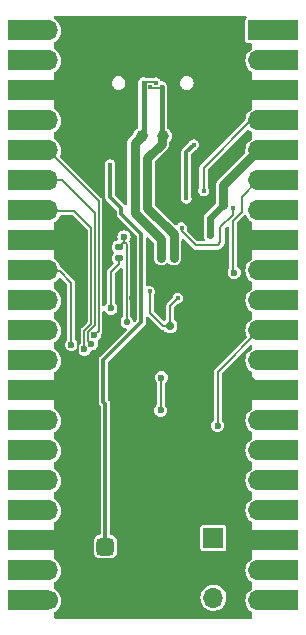
<source format=gbl>
G04 #@! TF.GenerationSoftware,KiCad,Pcbnew,(5.99.0-11630-gc5e195bdff)*
G04 #@! TF.CreationDate,2021-08-23T20:37:24+01:00*
G04 #@! TF.ProjectId,EnvPicoLiPo,456e7650-6963-46f4-9c69-506f2e6b6963,REV1*
G04 #@! TF.SameCoordinates,Original*
G04 #@! TF.FileFunction,Copper,L2,Bot*
G04 #@! TF.FilePolarity,Positive*
%FSLAX46Y46*%
G04 Gerber Fmt 4.6, Leading zero omitted, Abs format (unit mm)*
G04 Created by KiCad (PCBNEW (5.99.0-11630-gc5e195bdff)) date 2021-08-23 20:37:24*
%MOMM*%
%LPD*%
G01*
G04 APERTURE LIST*
G04 Aperture macros list*
%AMRoundRect*
0 Rectangle with rounded corners*
0 $1 Rounding radius*
0 $2 $3 $4 $5 $6 $7 $8 $9 X,Y pos of 4 corners*
0 Add a 4 corners polygon primitive as box body*
4,1,4,$2,$3,$4,$5,$6,$7,$8,$9,$2,$3,0*
0 Add four circle primitives for the rounded corners*
1,1,$1+$1,$2,$3*
1,1,$1+$1,$4,$5*
1,1,$1+$1,$6,$7*
1,1,$1+$1,$8,$9*
0 Add four rect primitives between the rounded corners*
20,1,$1+$1,$2,$3,$4,$5,0*
20,1,$1+$1,$4,$5,$6,$7,0*
20,1,$1+$1,$6,$7,$8,$9,0*
20,1,$1+$1,$8,$9,$2,$3,0*%
G04 Aperture macros list end*
G04 #@! TA.AperFunction,ComponentPad*
%ADD10C,0.600000*%
G04 #@! TD*
G04 #@! TA.AperFunction,ComponentPad*
%ADD11O,1.000000X2.100000*%
G04 #@! TD*
G04 #@! TA.AperFunction,ComponentPad*
%ADD12O,1.000000X1.600000*%
G04 #@! TD*
G04 #@! TA.AperFunction,ComponentPad*
%ADD13R,1.700000X1.700000*%
G04 #@! TD*
G04 #@! TA.AperFunction,ComponentPad*
%ADD14O,1.700000X1.700000*%
G04 #@! TD*
G04 #@! TA.AperFunction,ComponentPad*
%ADD15RoundRect,0.375000X-0.375000X-0.375000X0.375000X-0.375000X0.375000X0.375000X-0.375000X0.375000X0*%
G04 #@! TD*
G04 #@! TA.AperFunction,ComponentPad*
%ADD16R,3.500000X1.700000*%
G04 #@! TD*
G04 #@! TA.AperFunction,ComponentPad*
%ADD17C,1.700000*%
G04 #@! TD*
G04 #@! TA.AperFunction,SMDPad,CuDef*
%ADD18C,1.000000*%
G04 #@! TD*
G04 #@! TA.AperFunction,SMDPad,CuDef*
%ADD19RoundRect,0.140000X-0.170000X0.140000X-0.170000X-0.140000X0.170000X-0.140000X0.170000X0.140000X0*%
G04 #@! TD*
G04 #@! TA.AperFunction,SMDPad,CuDef*
%ADD20RoundRect,0.162500X-0.162500X-0.162500X0.162500X-0.162500X0.162500X0.162500X-0.162500X0.162500X0*%
G04 #@! TD*
G04 #@! TA.AperFunction,SMDPad,CuDef*
%ADD21RoundRect,0.125000X-0.125000X-0.125000X0.125000X-0.125000X0.125000X0.125000X-0.125000X0.125000X0*%
G04 #@! TD*
G04 #@! TA.AperFunction,ViaPad*
%ADD22C,0.600000*%
G04 #@! TD*
G04 #@! TA.AperFunction,ViaPad*
%ADD23C,0.400000*%
G04 #@! TD*
G04 #@! TA.AperFunction,Conductor*
%ADD24C,0.150000*%
G04 #@! TD*
G04 #@! TA.AperFunction,Conductor*
%ADD25C,0.200000*%
G04 #@! TD*
G04 #@! TA.AperFunction,Conductor*
%ADD26C,0.400000*%
G04 #@! TD*
G04 #@! TA.AperFunction,Conductor*
%ADD27C,0.800000*%
G04 #@! TD*
G04 #@! TA.AperFunction,Conductor*
%ADD28C,0.300000*%
G04 #@! TD*
G04 #@! TA.AperFunction,Conductor*
%ADD29C,0.600000*%
G04 #@! TD*
G04 APERTURE END LIST*
D10*
X104965000Y-84750000D03*
X104965000Y-87300000D03*
X102415000Y-86025000D03*
X104965000Y-86025000D03*
X103690000Y-86025000D03*
X103690000Y-84750000D03*
X102415000Y-87300000D03*
X103690000Y-87300000D03*
X102415000Y-84750000D03*
D11*
X107920000Y-63705000D03*
D12*
X107920000Y-59525000D03*
D11*
X99280000Y-63705000D03*
D12*
X99280000Y-59525000D03*
D13*
X108740000Y-101675000D03*
D14*
X108740000Y-104215000D03*
X108740000Y-106755000D03*
D15*
X99590000Y-102425000D03*
X101590000Y-102425000D03*
D16*
X114250000Y-58725000D03*
D13*
X112550000Y-58725000D03*
D14*
X112550000Y-61265000D03*
D16*
X114250000Y-61265000D03*
X114250000Y-63805000D03*
D13*
X112550000Y-63805000D03*
D16*
X114250000Y-66345000D03*
D14*
X112550000Y-66345000D03*
D16*
X114250000Y-68885000D03*
D14*
X112550000Y-68885000D03*
D16*
X114250000Y-71425000D03*
D14*
X112550000Y-71425000D03*
D16*
X114250000Y-73965000D03*
D14*
X112550000Y-73965000D03*
D16*
X114250000Y-76505000D03*
D13*
X112550000Y-76505000D03*
D14*
X112550000Y-79045000D03*
D16*
X114250000Y-79045000D03*
D14*
X112550000Y-81585000D03*
D16*
X114250000Y-81585000D03*
D14*
X112550000Y-84125000D03*
D16*
X114250000Y-84125000D03*
X114250000Y-86665000D03*
D14*
X112550000Y-86665000D03*
D13*
X112550000Y-89205000D03*
D16*
X114250000Y-89205000D03*
X114250000Y-91745000D03*
D14*
X112550000Y-91745000D03*
X112550000Y-94285000D03*
D16*
X114250000Y-94285000D03*
X114250000Y-96825000D03*
D14*
X112550000Y-96825000D03*
X112550000Y-99365000D03*
D16*
X114250000Y-99365000D03*
D13*
X112550000Y-101905000D03*
D16*
X114250000Y-101905000D03*
D14*
X112550000Y-104445000D03*
D16*
X114250000Y-104445000D03*
X114250000Y-106985000D03*
D14*
X112550000Y-106985000D03*
D17*
X94750000Y-106985000D03*
D16*
X93050000Y-106985000D03*
D14*
X94750000Y-104445000D03*
D16*
X93050000Y-104445000D03*
X93050000Y-101905000D03*
D13*
X94750000Y-101905000D03*
D14*
X94750000Y-99365000D03*
D16*
X93050000Y-99365000D03*
X93050000Y-96825000D03*
D14*
X94750000Y-96825000D03*
X94750000Y-94285000D03*
D16*
X93050000Y-94285000D03*
X93040000Y-91745000D03*
D14*
X94750000Y-91745000D03*
D13*
X94750000Y-89205000D03*
D16*
X93050000Y-89205000D03*
X93050000Y-86665000D03*
D14*
X94750000Y-86665000D03*
D16*
X93050000Y-84125000D03*
D14*
X94750000Y-84125000D03*
X94750000Y-81585000D03*
D16*
X93050000Y-81585000D03*
X93060000Y-79045000D03*
D14*
X94750000Y-79045000D03*
D16*
X93050000Y-76505000D03*
D13*
X94750000Y-76505000D03*
D16*
X93050000Y-73965000D03*
D14*
X94750000Y-73965000D03*
D16*
X93050000Y-71425000D03*
D14*
X94750000Y-71425000D03*
X94750000Y-68885000D03*
D16*
X93050000Y-68885000D03*
D14*
X94750000Y-66345000D03*
D16*
X93050000Y-66335000D03*
X93050000Y-63805000D03*
D13*
X94750000Y-63805000D03*
D16*
X93050000Y-61255000D03*
D14*
X94750000Y-61265000D03*
X94750000Y-58725000D03*
D16*
X93050000Y-58725000D03*
D18*
X102691800Y-67639000D03*
X104469800Y-67664400D03*
X103640000Y-61225000D03*
D19*
X100744400Y-77041000D03*
X100744400Y-78001000D03*
D20*
X105090000Y-83725000D03*
D21*
X101390000Y-83425000D03*
D22*
X108796200Y-71309300D03*
D23*
X100890000Y-71275000D03*
X110220000Y-91415000D03*
D22*
X97725000Y-81875000D03*
D23*
X111415000Y-67900000D03*
X104351200Y-71314000D03*
D22*
X106825000Y-64620000D03*
X100200000Y-89575000D03*
D23*
X95730000Y-100465000D03*
D22*
X100596300Y-67550100D03*
D23*
X102530000Y-93165000D03*
X109570000Y-96305000D03*
X110675800Y-84776000D03*
X105587600Y-69595000D03*
D22*
X106459400Y-78426000D03*
X100375000Y-64620000D03*
D23*
X110080000Y-82605000D03*
D22*
X105103040Y-93639840D03*
D23*
X97265000Y-84700000D03*
X101785800Y-81347000D03*
D22*
X101850000Y-92100000D03*
X96477200Y-87265200D03*
X106717700Y-66216600D03*
X96450000Y-61925000D03*
X108500000Y-90125000D03*
D23*
X110040800Y-81626400D03*
X103360600Y-80820436D03*
D22*
X104340000Y-88125000D03*
X104284269Y-90880277D03*
D23*
X105732960Y-81396992D03*
D22*
X105065000Y-83725000D03*
X96700000Y-85335000D03*
X97816938Y-85719993D03*
X98410926Y-85262067D03*
X98660000Y-84525000D03*
X109100000Y-92189000D03*
X100058600Y-82261400D03*
D23*
X107911500Y-72312600D03*
X102852600Y-63135200D03*
X104363900Y-77985820D03*
X103868600Y-63135200D03*
X103360600Y-63490800D03*
X104351200Y-63490800D03*
X105334732Y-77983960D03*
D22*
X110498000Y-79238800D03*
D23*
X107069000Y-68393000D03*
X106434000Y-72939600D03*
D22*
X108472800Y-76061010D03*
D23*
X101390000Y-83425000D03*
D22*
X101170000Y-76206400D03*
D23*
X99990000Y-70075000D03*
X106040000Y-75425000D03*
X110372800Y-73742200D03*
D24*
X97291928Y-85863072D02*
X97290000Y-85865000D01*
X97291928Y-84725000D02*
X97291928Y-85863072D01*
X112000000Y-89205000D02*
X110160000Y-91045000D01*
X97290000Y-85865000D02*
X97290000Y-86655000D01*
X111390000Y-87519000D02*
X112590000Y-88719000D01*
X104440000Y-83725000D02*
X105065000Y-83725000D01*
X103360600Y-82645600D02*
X104440000Y-83725000D01*
X105065000Y-82064952D02*
X105732960Y-81396992D01*
X103360600Y-80820436D02*
X103360600Y-82645600D01*
X104284269Y-88055731D02*
X104284269Y-90880277D01*
X105065000Y-83725000D02*
X105065000Y-82064952D01*
X95710000Y-79085000D02*
X96700000Y-80075000D01*
X96700000Y-80075000D02*
X96700000Y-85335000D01*
X94690000Y-79085000D02*
X95710000Y-79085000D01*
X98417178Y-75477178D02*
X96945000Y-74005000D01*
X97816938Y-84156781D02*
X98417178Y-83556541D01*
X96945000Y-74005000D02*
X94690000Y-74005000D01*
X97816938Y-85719993D02*
X97816938Y-84156781D01*
X98417178Y-83556541D02*
X98417178Y-75477178D01*
X98717189Y-74190108D02*
X95952081Y-71425000D01*
X98410926Y-85262067D02*
X98134999Y-84986140D01*
X98134999Y-84986140D02*
X98134999Y-84262999D01*
X95952081Y-71425000D02*
X94750000Y-71425000D01*
X98717189Y-83680809D02*
X98717189Y-74190108D01*
X98134999Y-84262999D02*
X98717189Y-83680809D01*
X99017200Y-73152200D02*
X99017200Y-84167800D01*
X94750000Y-68885000D02*
X99017200Y-73152200D01*
X99017200Y-84167800D02*
X98660000Y-84525000D01*
X112590000Y-84125000D02*
X109100000Y-87615000D01*
X109100000Y-87615000D02*
X109100000Y-92189000D01*
X100744400Y-78498900D02*
X100744400Y-78001000D01*
X100071300Y-82248700D02*
X100071300Y-79172000D01*
X100058600Y-82261400D02*
X100071300Y-82248700D01*
X100071300Y-79172000D02*
X100744400Y-78498900D01*
D25*
X107911500Y-72312600D02*
X107911500Y-70344100D01*
X107911500Y-70344100D02*
X111910600Y-66345000D01*
X102852600Y-63135200D02*
X102923511Y-63064289D01*
X103797689Y-63064289D02*
X103868600Y-63135200D01*
D26*
X102834089Y-67550769D02*
X102834089Y-63153711D01*
D27*
X102090600Y-68240200D02*
X102766600Y-67564200D01*
X104323386Y-77945306D02*
X104323386Y-76411930D01*
D26*
X102834089Y-63153711D02*
X102852600Y-63135200D01*
D27*
X104323386Y-76411930D02*
X102090600Y-74179144D01*
X102090600Y-74179144D02*
X102090600Y-68240200D01*
D25*
X102923511Y-63064289D02*
X103797689Y-63064289D01*
X104280289Y-63561711D02*
X104351200Y-63490800D01*
D27*
X105373386Y-75977002D02*
X103140000Y-73743616D01*
X104351200Y-68314201D02*
X104351200Y-67564200D01*
X103140000Y-69525401D02*
X104351200Y-68314201D01*
D25*
X103360600Y-63490800D02*
X103431511Y-63561711D01*
D27*
X105373386Y-77945306D02*
X105373386Y-75977002D01*
D26*
X104361360Y-63500960D02*
X104351200Y-63490800D01*
D25*
X103431511Y-63561711D02*
X104280289Y-63561711D01*
D26*
X104361360Y-67559120D02*
X104361360Y-63500960D01*
D27*
X103140000Y-73743616D02*
X103140000Y-69525401D01*
D24*
X111133000Y-72842000D02*
X112550000Y-71425000D01*
X110371000Y-74828600D02*
X111133000Y-74066600D01*
X110371000Y-79111800D02*
X110371000Y-74828600D01*
X111133000Y-74066600D02*
X111133000Y-72842000D01*
X110498000Y-79238800D02*
X110371000Y-79111800D01*
D28*
X106434000Y-69028000D02*
X107069000Y-68393000D01*
X106434000Y-72939600D02*
X106434000Y-69028000D01*
D27*
X109590000Y-71845000D02*
X112550000Y-68885000D01*
D29*
X109590000Y-73475000D02*
X108472800Y-74592200D01*
D24*
X101390000Y-83425000D02*
X101384289Y-83419289D01*
X101384289Y-76829689D02*
X101170000Y-76615400D01*
D27*
X109590000Y-73475000D02*
X109590000Y-71845000D01*
D24*
X100744400Y-77041000D02*
X101170000Y-76615400D01*
D29*
X108472800Y-74592200D02*
X108472800Y-76061010D01*
D24*
X101170000Y-76615400D02*
X101170000Y-76206400D01*
X101384289Y-83419289D02*
X101384289Y-76829689D01*
D28*
X99990000Y-70075000D02*
X99990000Y-72825000D01*
X99417000Y-86648000D02*
X99417000Y-90145000D01*
X99417000Y-90145000D02*
X99590000Y-90318000D01*
X99990000Y-72825000D02*
X100940000Y-73775000D01*
X102640000Y-83425000D02*
X99417000Y-86648000D01*
X102640000Y-75925000D02*
X102640000Y-83425000D01*
X100940000Y-73775000D02*
X100940000Y-74225000D01*
X100940000Y-74225000D02*
X102640000Y-75925000D01*
X99590000Y-90318000D02*
X99590000Y-102425000D01*
D25*
X106040000Y-75725000D02*
X107240000Y-76925000D01*
X107240000Y-76925000D02*
X109090000Y-76925000D01*
X109340000Y-75375000D02*
X110372800Y-74342200D01*
X109090000Y-76925000D02*
X109340000Y-76675000D01*
X106040000Y-75425000D02*
X106040000Y-75725000D01*
X110372800Y-74342200D02*
X110372800Y-73742200D01*
X109340000Y-76675000D02*
X109340000Y-75375000D01*
G04 #@! TA.AperFunction,Conductor*
G36*
X111455986Y-74308106D02*
G01*
X111512822Y-74350653D01*
X111526380Y-74373411D01*
X111571074Y-74470359D01*
X111592856Y-74517607D01*
X111709588Y-74682780D01*
X111713730Y-74686815D01*
X111770454Y-74742073D01*
X111854466Y-74823913D01*
X111859270Y-74827123D01*
X111984002Y-74910467D01*
X112029530Y-74964944D01*
X112040000Y-75015232D01*
X112040000Y-77996141D01*
X112019998Y-78064262D01*
X111978423Y-78104426D01*
X111905336Y-78147908D01*
X111900371Y-78150862D01*
X111748305Y-78284220D01*
X111623089Y-78443057D01*
X111528914Y-78622053D01*
X111468937Y-78815213D01*
X111445164Y-79016069D01*
X111458392Y-79217894D01*
X111465781Y-79246988D01*
X111502137Y-79390140D01*
X111508178Y-79413928D01*
X111592856Y-79597607D01*
X111596189Y-79602323D01*
X111675561Y-79714632D01*
X111709588Y-79762780D01*
X111854466Y-79903913D01*
X111859270Y-79907123D01*
X111984002Y-79990467D01*
X112029530Y-80044944D01*
X112040000Y-80095232D01*
X112040000Y-80536141D01*
X112019998Y-80604262D01*
X111978423Y-80644426D01*
X111900371Y-80690862D01*
X111748305Y-80824220D01*
X111623089Y-80983057D01*
X111528914Y-81162053D01*
X111468937Y-81355213D01*
X111445164Y-81556069D01*
X111458392Y-81757894D01*
X111475368Y-81824738D01*
X111504409Y-81939086D01*
X111508178Y-81953928D01*
X111592856Y-82137607D01*
X111709588Y-82302780D01*
X111854466Y-82443913D01*
X111859270Y-82447123D01*
X111984002Y-82530467D01*
X112029530Y-82584944D01*
X112040000Y-82635232D01*
X112040000Y-83076141D01*
X112019998Y-83144262D01*
X111978423Y-83184426D01*
X111915463Y-83221883D01*
X111900371Y-83230862D01*
X111748305Y-83364220D01*
X111623089Y-83523057D01*
X111528914Y-83702053D01*
X111468937Y-83895213D01*
X111445164Y-84096069D01*
X111458392Y-84297894D01*
X111508178Y-84493928D01*
X111510595Y-84499172D01*
X111510598Y-84499179D01*
X111551108Y-84587051D01*
X111561463Y-84657288D01*
X111532201Y-84721974D01*
X111525777Y-84728897D01*
X108883785Y-87370889D01*
X108875681Y-87378316D01*
X108846806Y-87402545D01*
X108841293Y-87412094D01*
X108827961Y-87435185D01*
X108822055Y-87444456D01*
X108800446Y-87475316D01*
X108797592Y-87485966D01*
X108796115Y-87489134D01*
X108794923Y-87492410D01*
X108789412Y-87501955D01*
X108783462Y-87535699D01*
X108782870Y-87539058D01*
X108780492Y-87549785D01*
X108770736Y-87586193D01*
X108771697Y-87597178D01*
X108771697Y-87597180D01*
X108774020Y-87623728D01*
X108774500Y-87634710D01*
X108774500Y-91682739D01*
X108754498Y-91750860D01*
X108725205Y-91782700D01*
X108713931Y-91791351D01*
X108713929Y-91791353D01*
X108707379Y-91796379D01*
X108619139Y-91911375D01*
X108563670Y-92045291D01*
X108544750Y-92189000D01*
X108563670Y-92332709D01*
X108619139Y-92466625D01*
X108707379Y-92581621D01*
X108822375Y-92669861D01*
X108956291Y-92725330D01*
X109100000Y-92744250D01*
X109243709Y-92725330D01*
X109377625Y-92669861D01*
X109492621Y-92581621D01*
X109580861Y-92466625D01*
X109636330Y-92332709D01*
X109655250Y-92189000D01*
X109636330Y-92045291D01*
X109580861Y-91911375D01*
X109492621Y-91796379D01*
X109486071Y-91791353D01*
X109486069Y-91791351D01*
X109474795Y-91782700D01*
X109432928Y-91725362D01*
X109425500Y-91682739D01*
X109425500Y-87802016D01*
X109445502Y-87733895D01*
X109462405Y-87712921D01*
X111824905Y-85350422D01*
X111887217Y-85316396D01*
X111958033Y-85321461D01*
X112014868Y-85364008D01*
X112039679Y-85430528D01*
X112040000Y-85439517D01*
X112040000Y-85616141D01*
X112019998Y-85684262D01*
X111978423Y-85724426D01*
X111905336Y-85767908D01*
X111900371Y-85770862D01*
X111748305Y-85904220D01*
X111623089Y-86063057D01*
X111528914Y-86242053D01*
X111468937Y-86435213D01*
X111445164Y-86636069D01*
X111458392Y-86837894D01*
X111508178Y-87033928D01*
X111592856Y-87217607D01*
X111709588Y-87382780D01*
X111854466Y-87523913D01*
X111859270Y-87527123D01*
X111984002Y-87610467D01*
X112029530Y-87664944D01*
X112040000Y-87715232D01*
X112040000Y-90696141D01*
X112019998Y-90764262D01*
X111978423Y-90804426D01*
X111900371Y-90850862D01*
X111748305Y-90984220D01*
X111623089Y-91143057D01*
X111528914Y-91322053D01*
X111468937Y-91515213D01*
X111445164Y-91716069D01*
X111458392Y-91917894D01*
X111459815Y-91923496D01*
X111490747Y-92045291D01*
X111508178Y-92113928D01*
X111592856Y-92297607D01*
X111709588Y-92462780D01*
X111854466Y-92603913D01*
X111859270Y-92607123D01*
X111984002Y-92690467D01*
X112029530Y-92744944D01*
X112040000Y-92795232D01*
X112040000Y-93236141D01*
X112019998Y-93304262D01*
X111978423Y-93344426D01*
X111900371Y-93390862D01*
X111748305Y-93524220D01*
X111623089Y-93683057D01*
X111528914Y-93862053D01*
X111468937Y-94055213D01*
X111445164Y-94256069D01*
X111458392Y-94457894D01*
X111508178Y-94653928D01*
X111592856Y-94837607D01*
X111709588Y-95002780D01*
X111854466Y-95143913D01*
X111859270Y-95147123D01*
X111984002Y-95230467D01*
X112029530Y-95284944D01*
X112040000Y-95335232D01*
X112040000Y-95776141D01*
X112019998Y-95844262D01*
X111978423Y-95884426D01*
X111900371Y-95930862D01*
X111748305Y-96064220D01*
X111623089Y-96223057D01*
X111528914Y-96402053D01*
X111468937Y-96595213D01*
X111445164Y-96796069D01*
X111458392Y-96997894D01*
X111508178Y-97193928D01*
X111592856Y-97377607D01*
X111709588Y-97542780D01*
X111854466Y-97683913D01*
X111859270Y-97687123D01*
X111984002Y-97770467D01*
X112029530Y-97824944D01*
X112040000Y-97875232D01*
X112040000Y-98316141D01*
X112019998Y-98384262D01*
X111978423Y-98424426D01*
X111900371Y-98470862D01*
X111748305Y-98604220D01*
X111623089Y-98763057D01*
X111528914Y-98942053D01*
X111468937Y-99135213D01*
X111445164Y-99336069D01*
X111458392Y-99537894D01*
X111508178Y-99733928D01*
X111592856Y-99917607D01*
X111709588Y-100082780D01*
X111854466Y-100223913D01*
X111859270Y-100227123D01*
X111984002Y-100310467D01*
X112029530Y-100364944D01*
X112040000Y-100415232D01*
X112040000Y-103396141D01*
X112019998Y-103464262D01*
X111978423Y-103504426D01*
X111900371Y-103550862D01*
X111748305Y-103684220D01*
X111623089Y-103843057D01*
X111528914Y-104022053D01*
X111468937Y-104215213D01*
X111445164Y-104416069D01*
X111458392Y-104617894D01*
X111508178Y-104813928D01*
X111592856Y-104997607D01*
X111709588Y-105162780D01*
X111854466Y-105303913D01*
X111859270Y-105307123D01*
X111984002Y-105390467D01*
X112029530Y-105444944D01*
X112040000Y-105495232D01*
X112040000Y-105936141D01*
X112019998Y-106004262D01*
X111978423Y-106044426D01*
X111900371Y-106090862D01*
X111748305Y-106224220D01*
X111623089Y-106383057D01*
X111528914Y-106562053D01*
X111468937Y-106755213D01*
X111445164Y-106956069D01*
X111458392Y-107157894D01*
X111508178Y-107353928D01*
X111592856Y-107537607D01*
X111709588Y-107702780D01*
X111854466Y-107843913D01*
X111859270Y-107847123D01*
X111984002Y-107930467D01*
X112029530Y-107984944D01*
X112040000Y-108035232D01*
X112040000Y-108399000D01*
X112019998Y-108467121D01*
X111966342Y-108513614D01*
X111914000Y-108525000D01*
X95366000Y-108525000D01*
X95297879Y-108504998D01*
X95251386Y-108451342D01*
X95240000Y-108399000D01*
X95240000Y-108045851D01*
X95260002Y-107977730D01*
X95304434Y-107935916D01*
X95370964Y-107898658D01*
X95370965Y-107898657D01*
X95376001Y-107895837D01*
X95438433Y-107843913D01*
X95527073Y-107770191D01*
X95531505Y-107766505D01*
X95660837Y-107611001D01*
X95759664Y-107434531D01*
X95824678Y-107243007D01*
X95825507Y-107237291D01*
X95825508Y-107237286D01*
X95853167Y-107046516D01*
X95853700Y-107042842D01*
X95855215Y-106985000D01*
X95836708Y-106783591D01*
X95827603Y-106751305D01*
X95820486Y-106726069D01*
X107635164Y-106726069D01*
X107648392Y-106927894D01*
X107698178Y-107123928D01*
X107782856Y-107307607D01*
X107899588Y-107472780D01*
X108044466Y-107613913D01*
X108212637Y-107726282D01*
X108217940Y-107728560D01*
X108217943Y-107728562D01*
X108306291Y-107766519D01*
X108398470Y-107806122D01*
X108595740Y-107850760D01*
X108601509Y-107850987D01*
X108601512Y-107850987D01*
X108677683Y-107853979D01*
X108797842Y-107858700D01*
X108884132Y-107846189D01*
X108992286Y-107830508D01*
X108992291Y-107830507D01*
X108998007Y-107829678D01*
X109003479Y-107827820D01*
X109003481Y-107827820D01*
X109184067Y-107766519D01*
X109184069Y-107766518D01*
X109189531Y-107764664D01*
X109366001Y-107665837D01*
X109428433Y-107613913D01*
X109517073Y-107540191D01*
X109521505Y-107536505D01*
X109650837Y-107381001D01*
X109665999Y-107353928D01*
X109725051Y-107248481D01*
X109749664Y-107204531D01*
X109804551Y-107042842D01*
X109812820Y-107018481D01*
X109812820Y-107018479D01*
X109814678Y-107013007D01*
X109815507Y-107007291D01*
X109815508Y-107007286D01*
X109843167Y-106816516D01*
X109843700Y-106812842D01*
X109845215Y-106755000D01*
X109826708Y-106553591D01*
X109771807Y-106358926D01*
X109682351Y-106177527D01*
X109664079Y-106153057D01*
X109564788Y-106020091D01*
X109564787Y-106020090D01*
X109561335Y-106015467D01*
X109557099Y-106011551D01*
X109417053Y-105882094D01*
X109417051Y-105882092D01*
X109412812Y-105878174D01*
X109385374Y-105860862D01*
X109246637Y-105773325D01*
X109241757Y-105770246D01*
X109053898Y-105695298D01*
X108855526Y-105655839D01*
X108849752Y-105655763D01*
X108849748Y-105655763D01*
X108747257Y-105654422D01*
X108653286Y-105653192D01*
X108647589Y-105654171D01*
X108647588Y-105654171D01*
X108459646Y-105686465D01*
X108459645Y-105686465D01*
X108453949Y-105687444D01*
X108264193Y-105757449D01*
X108090371Y-105860862D01*
X107938305Y-105994220D01*
X107813089Y-106153057D01*
X107718914Y-106332053D01*
X107658937Y-106525213D01*
X107635164Y-106726069D01*
X95820486Y-106726069D01*
X95783376Y-106594490D01*
X95781807Y-106588926D01*
X95692351Y-106407527D01*
X95674079Y-106383057D01*
X95574788Y-106250091D01*
X95574787Y-106250090D01*
X95571335Y-106245467D01*
X95548350Y-106224220D01*
X95427053Y-106112094D01*
X95427051Y-106112092D01*
X95422812Y-106108174D01*
X95417934Y-106105096D01*
X95417922Y-106105087D01*
X95298764Y-106029904D01*
X95251826Y-105976638D01*
X95240000Y-105923343D01*
X95240000Y-105505851D01*
X95260002Y-105437730D01*
X95304434Y-105395916D01*
X95370964Y-105358658D01*
X95370965Y-105358657D01*
X95376001Y-105355837D01*
X95438433Y-105303913D01*
X95527073Y-105230191D01*
X95531505Y-105226505D01*
X95660837Y-105071001D01*
X95759664Y-104894531D01*
X95824678Y-104703007D01*
X95825507Y-104697291D01*
X95825508Y-104697286D01*
X95853167Y-104506516D01*
X95853700Y-104502842D01*
X95855215Y-104445000D01*
X95836708Y-104243591D01*
X95781807Y-104048926D01*
X95692351Y-103867527D01*
X95674079Y-103843057D01*
X95574788Y-103710091D01*
X95574787Y-103710090D01*
X95571335Y-103705467D01*
X95548350Y-103684220D01*
X95427053Y-103572094D01*
X95427051Y-103572092D01*
X95422812Y-103568174D01*
X95417934Y-103565096D01*
X95417922Y-103565087D01*
X95298764Y-103489904D01*
X95251826Y-103436638D01*
X95240000Y-103383343D01*
X95240000Y-100425851D01*
X95260002Y-100357730D01*
X95304434Y-100315916D01*
X95370964Y-100278658D01*
X95370965Y-100278657D01*
X95376001Y-100275837D01*
X95438433Y-100223913D01*
X95527073Y-100150191D01*
X95531505Y-100146505D01*
X95660837Y-99991001D01*
X95759664Y-99814531D01*
X95824678Y-99623007D01*
X95825507Y-99617291D01*
X95825508Y-99617286D01*
X95853167Y-99426516D01*
X95853700Y-99422842D01*
X95855215Y-99365000D01*
X95836708Y-99163591D01*
X95781807Y-98968926D01*
X95692351Y-98787527D01*
X95674079Y-98763057D01*
X95574788Y-98630091D01*
X95574787Y-98630090D01*
X95571335Y-98625467D01*
X95548350Y-98604220D01*
X95427053Y-98492094D01*
X95427051Y-98492092D01*
X95422812Y-98488174D01*
X95417934Y-98485096D01*
X95417922Y-98485087D01*
X95298764Y-98409904D01*
X95251826Y-98356638D01*
X95240000Y-98303343D01*
X95240000Y-97885851D01*
X95260002Y-97817730D01*
X95304434Y-97775916D01*
X95370964Y-97738658D01*
X95370965Y-97738657D01*
X95376001Y-97735837D01*
X95438433Y-97683913D01*
X95527073Y-97610191D01*
X95531505Y-97606505D01*
X95660837Y-97451001D01*
X95759664Y-97274531D01*
X95824678Y-97083007D01*
X95825507Y-97077291D01*
X95825508Y-97077286D01*
X95853167Y-96886516D01*
X95853700Y-96882842D01*
X95855215Y-96825000D01*
X95836708Y-96623591D01*
X95781807Y-96428926D01*
X95692351Y-96247527D01*
X95674079Y-96223057D01*
X95574788Y-96090091D01*
X95574787Y-96090090D01*
X95571335Y-96085467D01*
X95548350Y-96064220D01*
X95427053Y-95952094D01*
X95427051Y-95952092D01*
X95422812Y-95948174D01*
X95417934Y-95945096D01*
X95417922Y-95945087D01*
X95298764Y-95869904D01*
X95251826Y-95816638D01*
X95240000Y-95763343D01*
X95240000Y-95345851D01*
X95260002Y-95277730D01*
X95304434Y-95235916D01*
X95370964Y-95198658D01*
X95370965Y-95198657D01*
X95376001Y-95195837D01*
X95438433Y-95143913D01*
X95527073Y-95070191D01*
X95531505Y-95066505D01*
X95660837Y-94911001D01*
X95759664Y-94734531D01*
X95824678Y-94543007D01*
X95825507Y-94537291D01*
X95825508Y-94537286D01*
X95853167Y-94346516D01*
X95853700Y-94342842D01*
X95855215Y-94285000D01*
X95836708Y-94083591D01*
X95781807Y-93888926D01*
X95692351Y-93707527D01*
X95674079Y-93683057D01*
X95574788Y-93550091D01*
X95574787Y-93550090D01*
X95571335Y-93545467D01*
X95548350Y-93524220D01*
X95427053Y-93412094D01*
X95427051Y-93412092D01*
X95422812Y-93408174D01*
X95417934Y-93405096D01*
X95417922Y-93405087D01*
X95298764Y-93329904D01*
X95251826Y-93276638D01*
X95240000Y-93223343D01*
X95240000Y-92805851D01*
X95260002Y-92737730D01*
X95304434Y-92695916D01*
X95370964Y-92658658D01*
X95370965Y-92658657D01*
X95376001Y-92655837D01*
X95438433Y-92603913D01*
X95527073Y-92530191D01*
X95531505Y-92526505D01*
X95660837Y-92371001D01*
X95759664Y-92194531D01*
X95810325Y-92045291D01*
X95822820Y-92008481D01*
X95822820Y-92008479D01*
X95824678Y-92003007D01*
X95825507Y-91997291D01*
X95825508Y-91997286D01*
X95853167Y-91806516D01*
X95853700Y-91802842D01*
X95855215Y-91745000D01*
X95836708Y-91543591D01*
X95781807Y-91348926D01*
X95692351Y-91167527D01*
X95674079Y-91143057D01*
X95574788Y-91010091D01*
X95574787Y-91010090D01*
X95571335Y-91005467D01*
X95548350Y-90984220D01*
X95427053Y-90872094D01*
X95427051Y-90872092D01*
X95422812Y-90868174D01*
X95417934Y-90865096D01*
X95417922Y-90865087D01*
X95298764Y-90789904D01*
X95251826Y-90736638D01*
X95240000Y-90683343D01*
X95240000Y-87725851D01*
X95260002Y-87657730D01*
X95304434Y-87615916D01*
X95370964Y-87578658D01*
X95370965Y-87578657D01*
X95376001Y-87575837D01*
X95438433Y-87523913D01*
X95527073Y-87450191D01*
X95531505Y-87446505D01*
X95660837Y-87291001D01*
X95759664Y-87114531D01*
X95824678Y-86923007D01*
X95825507Y-86917291D01*
X95825508Y-86917286D01*
X95853167Y-86726516D01*
X95853700Y-86722842D01*
X95855215Y-86665000D01*
X95836708Y-86463591D01*
X95834537Y-86455891D01*
X95809258Y-86366259D01*
X95781807Y-86268926D01*
X95692351Y-86087527D01*
X95674079Y-86063057D01*
X95574788Y-85930091D01*
X95574787Y-85930090D01*
X95571335Y-85925467D01*
X95548350Y-85904220D01*
X95427053Y-85792094D01*
X95427051Y-85792092D01*
X95422812Y-85788174D01*
X95417934Y-85785096D01*
X95417922Y-85785087D01*
X95298764Y-85709904D01*
X95251826Y-85656638D01*
X95240000Y-85603343D01*
X95240000Y-85185851D01*
X95260002Y-85117730D01*
X95304434Y-85075916D01*
X95370964Y-85038658D01*
X95370965Y-85038657D01*
X95376001Y-85035837D01*
X95531505Y-84906505D01*
X95660837Y-84751001D01*
X95759664Y-84574531D01*
X95807128Y-84434709D01*
X95822820Y-84388481D01*
X95822820Y-84388479D01*
X95824678Y-84383007D01*
X95825507Y-84377291D01*
X95825508Y-84377286D01*
X95847473Y-84225789D01*
X95853700Y-84182842D01*
X95855215Y-84125000D01*
X95836708Y-83923591D01*
X95781807Y-83728926D01*
X95692351Y-83547527D01*
X95679262Y-83529998D01*
X95574788Y-83390091D01*
X95574787Y-83390090D01*
X95571335Y-83385467D01*
X95548350Y-83364220D01*
X95427053Y-83252094D01*
X95427051Y-83252092D01*
X95422812Y-83248174D01*
X95417934Y-83245096D01*
X95417922Y-83245087D01*
X95298764Y-83169904D01*
X95251826Y-83116638D01*
X95240000Y-83063343D01*
X95240000Y-82645851D01*
X95260002Y-82577730D01*
X95304434Y-82535916D01*
X95370964Y-82498658D01*
X95370965Y-82498657D01*
X95376001Y-82495837D01*
X95438433Y-82443913D01*
X95527073Y-82370191D01*
X95531505Y-82366505D01*
X95660837Y-82211001D01*
X95759664Y-82034531D01*
X95763975Y-82021833D01*
X95822820Y-81848481D01*
X95822820Y-81848479D01*
X95824678Y-81843007D01*
X95825507Y-81837291D01*
X95825508Y-81837286D01*
X95853167Y-81646516D01*
X95853700Y-81642842D01*
X95855215Y-81585000D01*
X95836708Y-81383591D01*
X95827572Y-81351195D01*
X95804461Y-81269251D01*
X95781807Y-81188926D01*
X95692351Y-81007527D01*
X95674079Y-80983057D01*
X95574788Y-80850091D01*
X95574787Y-80850090D01*
X95571335Y-80845467D01*
X95553264Y-80828762D01*
X95427053Y-80712094D01*
X95427051Y-80712092D01*
X95422812Y-80708174D01*
X95417934Y-80705096D01*
X95417922Y-80705087D01*
X95298764Y-80629904D01*
X95251826Y-80576638D01*
X95240000Y-80523343D01*
X95240000Y-80105851D01*
X95260002Y-80037730D01*
X95304434Y-79995916D01*
X95370964Y-79958658D01*
X95370965Y-79958657D01*
X95376001Y-79955837D01*
X95438433Y-79903913D01*
X95527073Y-79830191D01*
X95531505Y-79826505D01*
X95573337Y-79776208D01*
X95651912Y-79681733D01*
X95710850Y-79642149D01*
X95781832Y-79640714D01*
X95837882Y-79673208D01*
X96090960Y-79926287D01*
X96337596Y-80172923D01*
X96371621Y-80235235D01*
X96374500Y-80262018D01*
X96374500Y-84828739D01*
X96354498Y-84896860D01*
X96325205Y-84928700D01*
X96313931Y-84937351D01*
X96313929Y-84937353D01*
X96307379Y-84942379D01*
X96219139Y-85057375D01*
X96163670Y-85191291D01*
X96144750Y-85335000D01*
X96163670Y-85478709D01*
X96219139Y-85612625D01*
X96307379Y-85727621D01*
X96422375Y-85815861D01*
X96556291Y-85871330D01*
X96700000Y-85890250D01*
X96843709Y-85871330D01*
X96977625Y-85815861D01*
X96984422Y-85810646D01*
X97031303Y-85774672D01*
X97073949Y-85741949D01*
X97140168Y-85716348D01*
X97209717Y-85730612D01*
X97260513Y-85780213D01*
X97275574Y-85825465D01*
X97280608Y-85863702D01*
X97336077Y-85997618D01*
X97424317Y-86112614D01*
X97539313Y-86200854D01*
X97673229Y-86256323D01*
X97816938Y-86275243D01*
X97960647Y-86256323D01*
X98094563Y-86200854D01*
X98209559Y-86112614D01*
X98297799Y-85997618D01*
X98300959Y-85989989D01*
X98300961Y-85989986D01*
X98342425Y-85889880D01*
X98386973Y-85834599D01*
X98442387Y-85813175D01*
X98460176Y-85810833D01*
X98554635Y-85798397D01*
X98688551Y-85742928D01*
X98803547Y-85654688D01*
X98891787Y-85539692D01*
X98947256Y-85405776D01*
X98966176Y-85262067D01*
X98947256Y-85118358D01*
X98944095Y-85110727D01*
X98941958Y-85102751D01*
X98944981Y-85101941D01*
X98938989Y-85046089D01*
X98970783Y-84982610D01*
X98986278Y-84968528D01*
X99046071Y-84922647D01*
X99052621Y-84917621D01*
X99140861Y-84802625D01*
X99196330Y-84668709D01*
X99215250Y-84525000D01*
X99212598Y-84504857D01*
X99223537Y-84434709D01*
X99256529Y-84391889D01*
X99270394Y-84380255D01*
X99275907Y-84370706D01*
X99289239Y-84347615D01*
X99295145Y-84338344D01*
X99310430Y-84316515D01*
X99316754Y-84307484D01*
X99319608Y-84296834D01*
X99321085Y-84293666D01*
X99322277Y-84290390D01*
X99327788Y-84280845D01*
X99334330Y-84243742D01*
X99336709Y-84233010D01*
X99343610Y-84207256D01*
X99346464Y-84196607D01*
X99343180Y-84159072D01*
X99342700Y-84148090D01*
X99342700Y-82600008D01*
X99362702Y-82531887D01*
X99416358Y-82485394D01*
X99486632Y-82475290D01*
X99551212Y-82504784D01*
X99575981Y-82534782D01*
X99577739Y-82539025D01*
X99582766Y-82545576D01*
X99582767Y-82545578D01*
X99612974Y-82584944D01*
X99665979Y-82654021D01*
X99780975Y-82742261D01*
X99914891Y-82797730D01*
X100058600Y-82816650D01*
X100202309Y-82797730D01*
X100336225Y-82742261D01*
X100451221Y-82654021D01*
X100539461Y-82539025D01*
X100594930Y-82405109D01*
X100613850Y-82261400D01*
X100594930Y-82117691D01*
X100539461Y-81983775D01*
X100451221Y-81868779D01*
X100444671Y-81863753D01*
X100438830Y-81857912D01*
X100440102Y-81856640D01*
X100404226Y-81807502D01*
X100396800Y-81764884D01*
X100396800Y-79359016D01*
X100416802Y-79290895D01*
X100433705Y-79269921D01*
X100843694Y-78859932D01*
X100906006Y-78825906D01*
X100976821Y-78830971D01*
X101033657Y-78873518D01*
X101058468Y-78940038D01*
X101058789Y-78949027D01*
X101058789Y-82922907D01*
X101038787Y-82991028D01*
X101021964Y-83011923D01*
X100955073Y-83078931D01*
X100900174Y-83191241D01*
X100898763Y-83200916D01*
X100898762Y-83200918D01*
X100891297Y-83252094D01*
X100889500Y-83264410D01*
X100889500Y-83585590D01*
X100900365Y-83659396D01*
X100955459Y-83771610D01*
X101043931Y-83859927D01*
X101156241Y-83914826D01*
X101165916Y-83916237D01*
X101165918Y-83916238D01*
X101224883Y-83924840D01*
X101224889Y-83924840D01*
X101229410Y-83925500D01*
X101268918Y-83925500D01*
X101337039Y-83945502D01*
X101383532Y-83999158D01*
X101393636Y-84069432D01*
X101364142Y-84134012D01*
X101358014Y-84140594D01*
X99111516Y-86387091D01*
X99111513Y-86387095D01*
X99088950Y-86409658D01*
X99084446Y-86418498D01*
X99078965Y-86429255D01*
X99068639Y-86446107D01*
X99055704Y-86463910D01*
X99048907Y-86484830D01*
X99041341Y-86503094D01*
X99035856Y-86513859D01*
X99035855Y-86513863D01*
X99031354Y-86522696D01*
X99029803Y-86532487D01*
X99029803Y-86532488D01*
X99027913Y-86544422D01*
X99023297Y-86563647D01*
X99019565Y-86575132D01*
X99019564Y-86575136D01*
X99016500Y-86584567D01*
X99016500Y-90208433D01*
X99019564Y-90217864D01*
X99019565Y-90217868D01*
X99023297Y-90229353D01*
X99027913Y-90248578D01*
X99028862Y-90254567D01*
X99031354Y-90270304D01*
X99035855Y-90279137D01*
X99035856Y-90279141D01*
X99041341Y-90289906D01*
X99048905Y-90308166D01*
X99055704Y-90329090D01*
X99068639Y-90346893D01*
X99078965Y-90363745D01*
X99088950Y-90383342D01*
X99111513Y-90405905D01*
X99111516Y-90405909D01*
X99152595Y-90446988D01*
X99186621Y-90509300D01*
X99189500Y-90536083D01*
X99189500Y-101311442D01*
X99169498Y-101379563D01*
X99115842Y-101426056D01*
X99098653Y-101432439D01*
X98972223Y-101469170D01*
X98972221Y-101469171D01*
X98964610Y-101471382D01*
X98957783Y-101475419D01*
X98957784Y-101475419D01*
X98835407Y-101547792D01*
X98835404Y-101547794D01*
X98828580Y-101551830D01*
X98716830Y-101663580D01*
X98712794Y-101670404D01*
X98712792Y-101670407D01*
X98653138Y-101771277D01*
X98636382Y-101799610D01*
X98592291Y-101951373D01*
X98591787Y-101957783D01*
X98589694Y-101984374D01*
X98589500Y-101986837D01*
X98589501Y-102863162D01*
X98592291Y-102898627D01*
X98636382Y-103050390D01*
X98640419Y-103057216D01*
X98712792Y-103179593D01*
X98712794Y-103179596D01*
X98716830Y-103186420D01*
X98828580Y-103298170D01*
X98835404Y-103302206D01*
X98835407Y-103302208D01*
X98931495Y-103359034D01*
X98964610Y-103378618D01*
X98972221Y-103380829D01*
X98972223Y-103380830D01*
X99020743Y-103394926D01*
X99116373Y-103422709D01*
X99137674Y-103424385D01*
X99149380Y-103425307D01*
X99149389Y-103425307D01*
X99151837Y-103425500D01*
X99589645Y-103425500D01*
X100028162Y-103425499D01*
X100046854Y-103424028D01*
X100057209Y-103423214D01*
X100057210Y-103423214D01*
X100063627Y-103422709D01*
X100069807Y-103420914D01*
X100069810Y-103420913D01*
X100207777Y-103380830D01*
X100207779Y-103380829D01*
X100215390Y-103378618D01*
X100248505Y-103359034D01*
X100344593Y-103302208D01*
X100344596Y-103302206D01*
X100351420Y-103298170D01*
X100463170Y-103186420D01*
X100467206Y-103179596D01*
X100467208Y-103179593D01*
X100539581Y-103057216D01*
X100543618Y-103050390D01*
X100587709Y-102898627D01*
X100589385Y-102877326D01*
X100590307Y-102865620D01*
X100590307Y-102865611D01*
X100590500Y-102863163D01*
X100590499Y-101986838D01*
X100587709Y-101951373D01*
X100543618Y-101799610D01*
X100526862Y-101771277D01*
X100467208Y-101670407D01*
X100467206Y-101670404D01*
X100463170Y-101663580D01*
X100351420Y-101551830D01*
X100344596Y-101547794D01*
X100344593Y-101547792D01*
X100222216Y-101475419D01*
X100222217Y-101475419D01*
X100215390Y-101471382D01*
X100207779Y-101469171D01*
X100207777Y-101469170D01*
X100081347Y-101432439D01*
X100021512Y-101394226D01*
X99991834Y-101329730D01*
X99990500Y-101311442D01*
X99990500Y-100800326D01*
X107639500Y-100800326D01*
X107639500Y-102549674D01*
X107654034Y-102622740D01*
X107709399Y-102705601D01*
X107792260Y-102760966D01*
X107865326Y-102775500D01*
X109614674Y-102775500D01*
X109687740Y-102760966D01*
X109770601Y-102705601D01*
X109825966Y-102622740D01*
X109840500Y-102549674D01*
X109840500Y-100800326D01*
X109825966Y-100727260D01*
X109770601Y-100644399D01*
X109687740Y-100589034D01*
X109614674Y-100574500D01*
X107865326Y-100574500D01*
X107792260Y-100589034D01*
X107709399Y-100644399D01*
X107654034Y-100727260D01*
X107639500Y-100800326D01*
X99990500Y-100800326D01*
X99990500Y-90880277D01*
X103729019Y-90880277D01*
X103747939Y-91023986D01*
X103803408Y-91157902D01*
X103891648Y-91272898D01*
X104006644Y-91361138D01*
X104140560Y-91416607D01*
X104284269Y-91435527D01*
X104427978Y-91416607D01*
X104561894Y-91361138D01*
X104676890Y-91272898D01*
X104765130Y-91157902D01*
X104820599Y-91023986D01*
X104839519Y-90880277D01*
X104820599Y-90736568D01*
X104765130Y-90602652D01*
X104676890Y-90487656D01*
X104670340Y-90482630D01*
X104670338Y-90482628D01*
X104659064Y-90473977D01*
X104617197Y-90416639D01*
X104609769Y-90374016D01*
X104609769Y-88674025D01*
X104629771Y-88605904D01*
X104659065Y-88574063D01*
X104726071Y-88522647D01*
X104732621Y-88517621D01*
X104820861Y-88402625D01*
X104876330Y-88268709D01*
X104895250Y-88125000D01*
X104876330Y-87981291D01*
X104820861Y-87847375D01*
X104732621Y-87732379D01*
X104617625Y-87644139D01*
X104483709Y-87588670D01*
X104340000Y-87569750D01*
X104196291Y-87588670D01*
X104062375Y-87644139D01*
X103947379Y-87732379D01*
X103859139Y-87847375D01*
X103803670Y-87981291D01*
X103784750Y-88125000D01*
X103803670Y-88268709D01*
X103859139Y-88402625D01*
X103864166Y-88409176D01*
X103864167Y-88409178D01*
X103932731Y-88498531D01*
X103958332Y-88564751D01*
X103958769Y-88575235D01*
X103958769Y-90374016D01*
X103938767Y-90442137D01*
X103909474Y-90473977D01*
X103898200Y-90482628D01*
X103898198Y-90482630D01*
X103891648Y-90487656D01*
X103803408Y-90602652D01*
X103747939Y-90736568D01*
X103729019Y-90880277D01*
X99990500Y-90880277D01*
X99990500Y-90254567D01*
X99987436Y-90245136D01*
X99987435Y-90245132D01*
X99983703Y-90233647D01*
X99979087Y-90214422D01*
X99977197Y-90202488D01*
X99977197Y-90202487D01*
X99975646Y-90192696D01*
X99971145Y-90183863D01*
X99971144Y-90183859D01*
X99965659Y-90173094D01*
X99958093Y-90154830D01*
X99951296Y-90133910D01*
X99938361Y-90116107D01*
X99928035Y-90099255D01*
X99922554Y-90088498D01*
X99918050Y-90079658D01*
X99895487Y-90057095D01*
X99895484Y-90057091D01*
X99854405Y-90016012D01*
X99820379Y-89953700D01*
X99817500Y-89926917D01*
X99817500Y-86866083D01*
X99837502Y-86797962D01*
X99854405Y-86776988D01*
X102945483Y-83685909D01*
X102968050Y-83663342D01*
X102974996Y-83649710D01*
X102978038Y-83643741D01*
X102988368Y-83626884D01*
X102995465Y-83617115D01*
X103001296Y-83609090D01*
X103008094Y-83588168D01*
X103015658Y-83569907D01*
X103021145Y-83559139D01*
X103021146Y-83559135D01*
X103025646Y-83550304D01*
X103027197Y-83540515D01*
X103027199Y-83540507D01*
X103029089Y-83528573D01*
X103033703Y-83509353D01*
X103037435Y-83497867D01*
X103037436Y-83497860D01*
X103040499Y-83488433D01*
X103040499Y-83456525D01*
X103040500Y-83456519D01*
X103040500Y-83090016D01*
X103060502Y-83021895D01*
X103114158Y-82975402D01*
X103184432Y-82965298D01*
X103249012Y-82994792D01*
X103255595Y-83000921D01*
X104195889Y-83941215D01*
X104203316Y-83949319D01*
X104227545Y-83978194D01*
X104237094Y-83983707D01*
X104260185Y-83997039D01*
X104269456Y-84002945D01*
X104300316Y-84024554D01*
X104310967Y-84027408D01*
X104314140Y-84028888D01*
X104317412Y-84030079D01*
X104326955Y-84035588D01*
X104364076Y-84042134D01*
X104374783Y-84044508D01*
X104411193Y-84054263D01*
X104422168Y-84053303D01*
X104422170Y-84053303D01*
X104448731Y-84050979D01*
X104459712Y-84050500D01*
X104469819Y-84050500D01*
X104537940Y-84070502D01*
X104582086Y-84119298D01*
X104584709Y-84124447D01*
X104584712Y-84124451D01*
X104589211Y-84133281D01*
X104681719Y-84225789D01*
X104798285Y-84285182D01*
X104894997Y-84300500D01*
X105089980Y-84300500D01*
X105285002Y-84300499D01*
X105311823Y-84296251D01*
X105371923Y-84286733D01*
X105371924Y-84286733D01*
X105381715Y-84285182D01*
X105498281Y-84225789D01*
X105590789Y-84133281D01*
X105650182Y-84016715D01*
X105665500Y-83920003D01*
X105665499Y-83529998D01*
X105657346Y-83478518D01*
X105651733Y-83443077D01*
X105651733Y-83443076D01*
X105650182Y-83433285D01*
X105590789Y-83316719D01*
X105498281Y-83224211D01*
X105489451Y-83219712D01*
X105489447Y-83219709D01*
X105459298Y-83204348D01*
X105407682Y-83155600D01*
X105390500Y-83092081D01*
X105390500Y-82251968D01*
X105410502Y-82183847D01*
X105427405Y-82162873D01*
X105705748Y-81884530D01*
X105768060Y-81850504D01*
X105779269Y-81848591D01*
X105780237Y-81848470D01*
X105789215Y-81848635D01*
X105851465Y-81831664D01*
X105905052Y-81817054D01*
X105905053Y-81817054D01*
X105913715Y-81814692D01*
X105921365Y-81809995D01*
X105921367Y-81809994D01*
X106016032Y-81751870D01*
X106016035Y-81751867D01*
X106023684Y-81747171D01*
X106029710Y-81740514D01*
X106104260Y-81658153D01*
X106104263Y-81658149D01*
X106110282Y-81651499D01*
X106166548Y-81535367D01*
X106187957Y-81408112D01*
X106188093Y-81396992D01*
X106169799Y-81269251D01*
X106163684Y-81255801D01*
X106120105Y-81159954D01*
X106120103Y-81159951D01*
X106116388Y-81151780D01*
X106068494Y-81096196D01*
X106038011Y-81060818D01*
X106038009Y-81060816D01*
X106032153Y-81054020D01*
X105923866Y-80983833D01*
X105915271Y-80981263D01*
X105915270Y-80981262D01*
X105808834Y-80949430D01*
X105808832Y-80949430D01*
X105800233Y-80946858D01*
X105791258Y-80946803D01*
X105791257Y-80946803D01*
X105736601Y-80946469D01*
X105671191Y-80946070D01*
X105626611Y-80958811D01*
X105555746Y-80979064D01*
X105555744Y-80979065D01*
X105547115Y-80981531D01*
X105437979Y-81050391D01*
X105352556Y-81147114D01*
X105348742Y-81155237D01*
X105348741Y-81155239D01*
X105335359Y-81183743D01*
X105297714Y-81263924D01*
X105296334Y-81272790D01*
X105284126Y-81351195D01*
X105253882Y-81415427D01*
X105248721Y-81420905D01*
X104848785Y-81820841D01*
X104840681Y-81828268D01*
X104811806Y-81852497D01*
X104806293Y-81862046D01*
X104792961Y-81885137D01*
X104787055Y-81894408D01*
X104765446Y-81925268D01*
X104762592Y-81935918D01*
X104761115Y-81939086D01*
X104759923Y-81942362D01*
X104754412Y-81951907D01*
X104749949Y-81977222D01*
X104747870Y-81989010D01*
X104745492Y-81999737D01*
X104735736Y-82036145D01*
X104736697Y-82047130D01*
X104736697Y-82047132D01*
X104739020Y-82073680D01*
X104739500Y-82084662D01*
X104739500Y-83119948D01*
X104719498Y-83188069D01*
X104688746Y-83220631D01*
X104681719Y-83224211D01*
X104629723Y-83276207D01*
X104567411Y-83310233D01*
X104496596Y-83305168D01*
X104451533Y-83276207D01*
X103723005Y-82547679D01*
X103688979Y-82485367D01*
X103686100Y-82458584D01*
X103686100Y-81180751D01*
X103706102Y-81112630D01*
X103718680Y-81096201D01*
X103737922Y-81074943D01*
X103794188Y-80958811D01*
X103795767Y-80949430D01*
X103814790Y-80836353D01*
X103815597Y-80831556D01*
X103815733Y-80820436D01*
X103808348Y-80768869D01*
X103798712Y-80701581D01*
X103798711Y-80701578D01*
X103797439Y-80692695D01*
X103793725Y-80684526D01*
X103747745Y-80583398D01*
X103747743Y-80583395D01*
X103744028Y-80575224D01*
X103659793Y-80477464D01*
X103551506Y-80407277D01*
X103542911Y-80404707D01*
X103542910Y-80404706D01*
X103436474Y-80372874D01*
X103436472Y-80372874D01*
X103427873Y-80370302D01*
X103418898Y-80370247D01*
X103418897Y-80370247D01*
X103364241Y-80369913D01*
X103298831Y-80369514D01*
X103290200Y-80371981D01*
X103290198Y-80371981D01*
X103201124Y-80397438D01*
X103130129Y-80396926D01*
X103070682Y-80358111D01*
X103041656Y-80293319D01*
X103040500Y-80276289D01*
X103040500Y-76353180D01*
X103060502Y-76285059D01*
X103114158Y-76238566D01*
X103184432Y-76228462D01*
X103249012Y-76257956D01*
X103255595Y-76264085D01*
X103635981Y-76644471D01*
X103670007Y-76706783D01*
X103672886Y-76733566D01*
X103672886Y-77986231D01*
X103677096Y-78019554D01*
X103683190Y-78067792D01*
X103688315Y-78108364D01*
X103748818Y-78261177D01*
X103753476Y-78267588D01*
X103753477Y-78267590D01*
X103778151Y-78301551D01*
X103845423Y-78394143D01*
X103972060Y-78498906D01*
X104120773Y-78568885D01*
X104128556Y-78570370D01*
X104128560Y-78570371D01*
X104274430Y-78598197D01*
X104274432Y-78598197D01*
X104282216Y-78599682D01*
X104364231Y-78594522D01*
X104438335Y-78589860D01*
X104438337Y-78589860D01*
X104446246Y-78589362D01*
X104453782Y-78586913D01*
X104453784Y-78586913D01*
X104509268Y-78568885D01*
X104602557Y-78538574D01*
X104741326Y-78450508D01*
X104757493Y-78433292D01*
X104818707Y-78397329D01*
X104889647Y-78400169D01*
X104929656Y-78422463D01*
X105022060Y-78498906D01*
X105170773Y-78568885D01*
X105178556Y-78570370D01*
X105178560Y-78570371D01*
X105324430Y-78598197D01*
X105324432Y-78598197D01*
X105332216Y-78599682D01*
X105414231Y-78594522D01*
X105488335Y-78589860D01*
X105488337Y-78589860D01*
X105496246Y-78589362D01*
X105503782Y-78586913D01*
X105503784Y-78586913D01*
X105559268Y-78568885D01*
X105652557Y-78538574D01*
X105791326Y-78450508D01*
X105799427Y-78441882D01*
X105898409Y-78336476D01*
X105903834Y-78330699D01*
X105915164Y-78310091D01*
X105979193Y-78193622D01*
X105983013Y-78186674D01*
X105986757Y-78172094D01*
X106021915Y-78035161D01*
X106021915Y-78035158D01*
X106023886Y-78027483D01*
X106023886Y-76508758D01*
X106043888Y-76440637D01*
X106097544Y-76394144D01*
X106167818Y-76384040D01*
X106232398Y-76413534D01*
X106238981Y-76419663D01*
X106956217Y-77136899D01*
X106968295Y-77151853D01*
X106971527Y-77155405D01*
X106977175Y-77164152D01*
X106985352Y-77170598D01*
X107001086Y-77183002D01*
X107005021Y-77186499D01*
X107005109Y-77186395D01*
X107009068Y-77189750D01*
X107012746Y-77193428D01*
X107016971Y-77196447D01*
X107016979Y-77196454D01*
X107027080Y-77203672D01*
X107031827Y-77207236D01*
X107033768Y-77208766D01*
X107068811Y-77236392D01*
X107076787Y-77239193D01*
X107083669Y-77244111D01*
X107093647Y-77247095D01*
X107128791Y-77257605D01*
X107134437Y-77259439D01*
X107171427Y-77272429D01*
X107171430Y-77272430D01*
X107178906Y-77275055D01*
X107184044Y-77275500D01*
X107186749Y-77275500D01*
X107188948Y-77275595D01*
X107189480Y-77275754D01*
X107189479Y-77275781D01*
X107189595Y-77275788D01*
X107195463Y-77277543D01*
X107245003Y-77275597D01*
X107249950Y-77275500D01*
X109039176Y-77275500D01*
X109058275Y-77277533D01*
X109063083Y-77277760D01*
X109073261Y-77279951D01*
X109103491Y-77276373D01*
X109108746Y-77276063D01*
X109108735Y-77275928D01*
X109113914Y-77275500D01*
X109119115Y-77275500D01*
X109124243Y-77274646D01*
X109124249Y-77274646D01*
X109136473Y-77272611D01*
X109142349Y-77271774D01*
X109178799Y-77267460D01*
X109178801Y-77267460D01*
X109189138Y-77266236D01*
X109196758Y-77262577D01*
X109205103Y-77261188D01*
X109246584Y-77238806D01*
X109251870Y-77236113D01*
X109256229Y-77234020D01*
X109294326Y-77215726D01*
X109298274Y-77212408D01*
X109300207Y-77210475D01*
X109301804Y-77209010D01*
X109302294Y-77208746D01*
X109302313Y-77208766D01*
X109302402Y-77208687D01*
X109307794Y-77205778D01*
X109319211Y-77193428D01*
X109341455Y-77169364D01*
X109344884Y-77165798D01*
X109551899Y-76958783D01*
X109566853Y-76946705D01*
X109570405Y-76943473D01*
X109579152Y-76937825D01*
X109598002Y-76913914D01*
X109601499Y-76909979D01*
X109601395Y-76909891D01*
X109604750Y-76905932D01*
X109608428Y-76902254D01*
X109611447Y-76898029D01*
X109611454Y-76898021D01*
X109618672Y-76887920D01*
X109622236Y-76883173D01*
X109644946Y-76854365D01*
X109651392Y-76846189D01*
X109654193Y-76838213D01*
X109659111Y-76831331D01*
X109672605Y-76786209D01*
X109674439Y-76780563D01*
X109687429Y-76743573D01*
X109687430Y-76743570D01*
X109690055Y-76736094D01*
X109690500Y-76730956D01*
X109690500Y-76728251D01*
X109690595Y-76726052D01*
X109690754Y-76725520D01*
X109690781Y-76725521D01*
X109690788Y-76725405D01*
X109692543Y-76719537D01*
X109690597Y-76669996D01*
X109690500Y-76665050D01*
X109690500Y-75572372D01*
X109710502Y-75504251D01*
X109727405Y-75483277D01*
X109830405Y-75380277D01*
X109892717Y-75346251D01*
X109963532Y-75351316D01*
X110020368Y-75393863D01*
X110045179Y-75460383D01*
X110045500Y-75469372D01*
X110045500Y-78881442D01*
X110026139Y-78947379D01*
X110026296Y-78947470D01*
X110025923Y-78948117D01*
X110025498Y-78949563D01*
X110023205Y-78952824D01*
X110022167Y-78954622D01*
X110017139Y-78961175D01*
X109961670Y-79095091D01*
X109942750Y-79238800D01*
X109961670Y-79382509D01*
X110017139Y-79516425D01*
X110105379Y-79631421D01*
X110220375Y-79719661D01*
X110354291Y-79775130D01*
X110498000Y-79794050D01*
X110641709Y-79775130D01*
X110775625Y-79719661D01*
X110890621Y-79631421D01*
X110978861Y-79516425D01*
X111034330Y-79382509D01*
X111053250Y-79238800D01*
X111034330Y-79095091D01*
X110978861Y-78961175D01*
X110890621Y-78846179D01*
X110847331Y-78812961D01*
X110782178Y-78762967D01*
X110782176Y-78762966D01*
X110775625Y-78757939D01*
X110767995Y-78754778D01*
X110760842Y-78750649D01*
X110762456Y-78747854D01*
X110718995Y-78712826D01*
X110696500Y-78640974D01*
X110696500Y-75015616D01*
X110716502Y-74947495D01*
X110733405Y-74926521D01*
X111322859Y-74337067D01*
X111385171Y-74303041D01*
X111455986Y-74308106D01*
G37*
G04 #@! TD.AperFunction*
G04 #@! TA.AperFunction,Conductor*
G36*
X96826105Y-74350502D02*
G01*
X96847079Y-74367405D01*
X98054773Y-75575099D01*
X98088799Y-75637411D01*
X98091678Y-75664194D01*
X98091678Y-83369525D01*
X98071676Y-83437646D01*
X98054773Y-83458620D01*
X97600723Y-83912670D01*
X97592619Y-83920097D01*
X97563744Y-83944326D01*
X97558231Y-83953875D01*
X97544899Y-83976966D01*
X97538993Y-83986237D01*
X97517384Y-84017097D01*
X97514530Y-84027747D01*
X97513053Y-84030915D01*
X97511861Y-84034191D01*
X97506350Y-84043736D01*
X97501631Y-84070502D01*
X97499808Y-84080839D01*
X97497430Y-84091566D01*
X97487674Y-84127974D01*
X97488635Y-84138959D01*
X97488635Y-84138961D01*
X97490958Y-84165509D01*
X97491438Y-84176491D01*
X97491438Y-85206639D01*
X97471436Y-85274760D01*
X97417780Y-85321253D01*
X97347506Y-85331357D01*
X97282926Y-85301863D01*
X97244542Y-85242137D01*
X97240516Y-85223086D01*
X97237408Y-85199480D01*
X97236330Y-85191291D01*
X97180861Y-85057375D01*
X97092621Y-84942379D01*
X97086071Y-84937353D01*
X97086069Y-84937351D01*
X97074795Y-84928700D01*
X97032928Y-84871362D01*
X97025500Y-84828739D01*
X97025500Y-80094698D01*
X97025980Y-80083716D01*
X97028302Y-80057180D01*
X97028302Y-80057178D01*
X97029263Y-80046193D01*
X97019512Y-80009803D01*
X97017132Y-79999069D01*
X97012502Y-79972812D01*
X97010588Y-79961955D01*
X97005076Y-79952407D01*
X97003883Y-79949130D01*
X97002406Y-79945962D01*
X96999553Y-79935316D01*
X96977942Y-79904452D01*
X96972038Y-79895184D01*
X96958704Y-79872089D01*
X96953194Y-79862545D01*
X96924324Y-79838320D01*
X96916221Y-79830894D01*
X95954114Y-78868787D01*
X95946688Y-78860684D01*
X95929540Y-78840249D01*
X95929539Y-78840248D01*
X95922455Y-78831806D01*
X95912911Y-78826296D01*
X95912910Y-78826295D01*
X95889815Y-78812961D01*
X95880545Y-78807056D01*
X95849883Y-78785585D01*
X95805556Y-78730131D01*
X95800886Y-78716575D01*
X95783376Y-78654487D01*
X95783374Y-78654481D01*
X95781807Y-78648926D01*
X95769781Y-78624538D01*
X95694906Y-78472708D01*
X95692351Y-78467527D01*
X95674079Y-78443057D01*
X95574788Y-78310091D01*
X95574787Y-78310090D01*
X95571335Y-78305467D01*
X95548350Y-78284220D01*
X95427053Y-78172094D01*
X95427051Y-78172092D01*
X95422812Y-78168174D01*
X95417934Y-78165096D01*
X95417922Y-78165087D01*
X95298764Y-78089904D01*
X95251826Y-78036638D01*
X95240000Y-77983343D01*
X95240000Y-75025851D01*
X95260002Y-74957730D01*
X95304434Y-74915916D01*
X95370964Y-74878658D01*
X95370965Y-74878657D01*
X95376001Y-74875837D01*
X95438433Y-74823913D01*
X95527073Y-74750191D01*
X95531505Y-74746505D01*
X95660837Y-74591001D01*
X95759664Y-74414531D01*
X95761520Y-74409063D01*
X95763217Y-74405252D01*
X95809197Y-74351156D01*
X95878324Y-74330500D01*
X96757984Y-74330500D01*
X96826105Y-74350502D01*
G37*
G04 #@! TD.AperFunction*
G04 #@! TA.AperFunction,Conductor*
G36*
X111506152Y-57495002D02*
G01*
X111552645Y-57548658D01*
X111562749Y-57618932D01*
X111533255Y-57683512D01*
X111529242Y-57687822D01*
X111519399Y-57694399D01*
X111464034Y-57777260D01*
X111449500Y-57850326D01*
X111449500Y-59599674D01*
X111464034Y-59672740D01*
X111519399Y-59755601D01*
X111602260Y-59810966D01*
X111675326Y-59825500D01*
X111914000Y-59825500D01*
X111982121Y-59845502D01*
X112028614Y-59899158D01*
X112040000Y-59951500D01*
X112040000Y-60216141D01*
X112019998Y-60284262D01*
X111978423Y-60324426D01*
X111900371Y-60370862D01*
X111748305Y-60504220D01*
X111623089Y-60663057D01*
X111528914Y-60842053D01*
X111468937Y-61035213D01*
X111445164Y-61236069D01*
X111458392Y-61437894D01*
X111508178Y-61633928D01*
X111592856Y-61817607D01*
X111709588Y-61982780D01*
X111854466Y-62123913D01*
X111859270Y-62127123D01*
X111984002Y-62210467D01*
X112029530Y-62264944D01*
X112040000Y-62315232D01*
X112040000Y-65296141D01*
X112019998Y-65364262D01*
X111978423Y-65404426D01*
X111900371Y-65450862D01*
X111748305Y-65584220D01*
X111623089Y-65743057D01*
X111528914Y-65922053D01*
X111468937Y-66115213D01*
X111468258Y-66120950D01*
X111450475Y-66271191D01*
X111422604Y-66336489D01*
X111414443Y-66345476D01*
X109554347Y-68205571D01*
X107699601Y-70060317D01*
X107684647Y-70072395D01*
X107681095Y-70075627D01*
X107672348Y-70081275D01*
X107665902Y-70089452D01*
X107653498Y-70105186D01*
X107650001Y-70109121D01*
X107650105Y-70109209D01*
X107646750Y-70113168D01*
X107643072Y-70116846D01*
X107640053Y-70121071D01*
X107640046Y-70121079D01*
X107632828Y-70131180D01*
X107629264Y-70135927D01*
X107600108Y-70172911D01*
X107597307Y-70180887D01*
X107592389Y-70187769D01*
X107578881Y-70232936D01*
X107577059Y-70238542D01*
X107564072Y-70275523D01*
X107564071Y-70275529D01*
X107561445Y-70283006D01*
X107561000Y-70288144D01*
X107561000Y-70290863D01*
X107560905Y-70293045D01*
X107560745Y-70293580D01*
X107560718Y-70293579D01*
X107560711Y-70293697D01*
X107558956Y-70299564D01*
X107559365Y-70309972D01*
X107560903Y-70349119D01*
X107561000Y-70354066D01*
X107561000Y-71981834D01*
X107540311Y-72051013D01*
X107537043Y-72055989D01*
X107531096Y-72062722D01*
X107476254Y-72179532D01*
X107467126Y-72238158D01*
X107457782Y-72298167D01*
X107457782Y-72298171D01*
X107456401Y-72307040D01*
X107457565Y-72315942D01*
X107457565Y-72315945D01*
X107471968Y-72426089D01*
X107471969Y-72426093D01*
X107473133Y-72434994D01*
X107525105Y-72553110D01*
X107530882Y-72559983D01*
X107530883Y-72559984D01*
X107566021Y-72601786D01*
X107608139Y-72651891D01*
X107715560Y-72723396D01*
X107768095Y-72739809D01*
X107826215Y-72757967D01*
X107838733Y-72761878D01*
X107847703Y-72762042D01*
X107847707Y-72762043D01*
X107906442Y-72763119D01*
X107967755Y-72764243D01*
X108057377Y-72739809D01*
X108083592Y-72732662D01*
X108083593Y-72732662D01*
X108092255Y-72730300D01*
X108099905Y-72725603D01*
X108099907Y-72725602D01*
X108194572Y-72667478D01*
X108194575Y-72667475D01*
X108202224Y-72662779D01*
X108208250Y-72656122D01*
X108282800Y-72573761D01*
X108282803Y-72573757D01*
X108288822Y-72567107D01*
X108345088Y-72450975D01*
X108353035Y-72403742D01*
X108365690Y-72328517D01*
X108366497Y-72323720D01*
X108366633Y-72312600D01*
X108351439Y-72206505D01*
X108349612Y-72193745D01*
X108349611Y-72193742D01*
X108348339Y-72184859D01*
X108342224Y-72171409D01*
X108298645Y-72075562D01*
X108298643Y-72075559D01*
X108294928Y-72067388D01*
X108289067Y-72060586D01*
X108284232Y-72053026D01*
X108286602Y-72051510D01*
X108263234Y-71999969D01*
X108262000Y-71982377D01*
X108262000Y-70541472D01*
X108282002Y-70473351D01*
X108298905Y-70452377D01*
X111610971Y-67140311D01*
X111673283Y-67106285D01*
X111744098Y-67111350D01*
X111787984Y-67139149D01*
X111854466Y-67203913D01*
X111859270Y-67207123D01*
X111984002Y-67290467D01*
X112029530Y-67344944D01*
X112040000Y-67395232D01*
X112040000Y-67836141D01*
X112019998Y-67904262D01*
X111978423Y-67944426D01*
X111914715Y-67982328D01*
X111900371Y-67990862D01*
X111748305Y-68124220D01*
X111623089Y-68283057D01*
X111528914Y-68462053D01*
X111504882Y-68539450D01*
X111471188Y-68647965D01*
X111468937Y-68655213D01*
X111445164Y-68856069D01*
X111445542Y-68861835D01*
X111454582Y-68999772D01*
X111439078Y-69069055D01*
X111417947Y-69097107D01*
X109187302Y-71327752D01*
X109178685Y-71335593D01*
X109172060Y-71339798D01*
X109166633Y-71345577D01*
X109166632Y-71345578D01*
X109124151Y-71390816D01*
X109121396Y-71393658D01*
X109101089Y-71413965D01*
X109098660Y-71417096D01*
X109098655Y-71417102D01*
X109098442Y-71417377D01*
X109090745Y-71426390D01*
X109059552Y-71459607D01*
X109055733Y-71466554D01*
X109049404Y-71478066D01*
X109038550Y-71494590D01*
X109025638Y-71511236D01*
X109007546Y-71553045D01*
X109002330Y-71563693D01*
X108980373Y-71603632D01*
X108978402Y-71611311D01*
X108978401Y-71611312D01*
X108975133Y-71624041D01*
X108968727Y-71642750D01*
X108963512Y-71654800D01*
X108963510Y-71654805D01*
X108960365Y-71662074D01*
X108959126Y-71669898D01*
X108953239Y-71707065D01*
X108950831Y-71718690D01*
X108941472Y-71755140D01*
X108941471Y-71755145D01*
X108939500Y-71762823D01*
X108939500Y-71783884D01*
X108937949Y-71803596D01*
X108934653Y-71824405D01*
X108935399Y-71832296D01*
X108938941Y-71869765D01*
X108939500Y-71881623D01*
X108939500Y-73294786D01*
X108919498Y-73362907D01*
X108902595Y-73383881D01*
X108094158Y-74192318D01*
X108090349Y-74195971D01*
X108044644Y-74237999D01*
X108021701Y-74275002D01*
X108015000Y-74284752D01*
X107988688Y-74319417D01*
X107985061Y-74328578D01*
X107983154Y-74333395D01*
X107973093Y-74353399D01*
X107965165Y-74366186D01*
X107962768Y-74374437D01*
X107962767Y-74374439D01*
X107953025Y-74407972D01*
X107949180Y-74419202D01*
X107933164Y-74459653D01*
X107932266Y-74468194D01*
X107932266Y-74468195D01*
X107931592Y-74474608D01*
X107927280Y-74496583D01*
X107923085Y-74511025D01*
X107922300Y-74521715D01*
X107922300Y-74556417D01*
X107921610Y-74569587D01*
X107917399Y-74609654D01*
X107918831Y-74618119D01*
X107918831Y-74618128D01*
X107920535Y-74628200D01*
X107922300Y-74649213D01*
X107922300Y-76016672D01*
X107921222Y-76033119D01*
X107917550Y-76061010D01*
X107922151Y-76095955D01*
X107922300Y-76097453D01*
X107922300Y-76098795D01*
X107922791Y-76102376D01*
X107922792Y-76102390D01*
X107928030Y-76140621D01*
X107928118Y-76141277D01*
X107936470Y-76204719D01*
X107936978Y-76205946D01*
X107937594Y-76210442D01*
X107966325Y-76276836D01*
X107967070Y-76278596D01*
X107991939Y-76338635D01*
X107994528Y-76342010D01*
X107997495Y-76348865D01*
X108002898Y-76355537D01*
X108013966Y-76369205D01*
X108041292Y-76434732D01*
X108028853Y-76504631D01*
X107980598Y-76556708D01*
X107916046Y-76574500D01*
X107437372Y-76574500D01*
X107369251Y-76554498D01*
X107348277Y-76537595D01*
X106502773Y-75692091D01*
X106468747Y-75629779D01*
X106471713Y-75567246D01*
X106473588Y-75563375D01*
X106494997Y-75436120D01*
X106495133Y-75425000D01*
X106476839Y-75297259D01*
X106473125Y-75289090D01*
X106427145Y-75187962D01*
X106427143Y-75187959D01*
X106423428Y-75179788D01*
X106365169Y-75112175D01*
X106345051Y-75088826D01*
X106345049Y-75088824D01*
X106339193Y-75082028D01*
X106230906Y-75011841D01*
X106222311Y-75009271D01*
X106222310Y-75009270D01*
X106115874Y-74977438D01*
X106115872Y-74977438D01*
X106107273Y-74974866D01*
X106098298Y-74974811D01*
X106098297Y-74974811D01*
X106043641Y-74974477D01*
X105978231Y-74974078D01*
X105966475Y-74977438D01*
X105862786Y-75007072D01*
X105862784Y-75007073D01*
X105854155Y-75009539D01*
X105846565Y-75014328D01*
X105765463Y-75065500D01*
X105745019Y-75078399D01*
X105669481Y-75163929D01*
X105609397Y-75201747D01*
X105538403Y-75201077D01*
X105485946Y-75169616D01*
X103827405Y-73511075D01*
X103793379Y-73448763D01*
X103790500Y-73421980D01*
X103790500Y-72934040D01*
X105978901Y-72934040D01*
X105980065Y-72942942D01*
X105980065Y-72942945D01*
X105994468Y-73053089D01*
X105994469Y-73053093D01*
X105995633Y-73061994D01*
X106021619Y-73121052D01*
X106041576Y-73166407D01*
X106047605Y-73180110D01*
X106053382Y-73186983D01*
X106053383Y-73186984D01*
X106124169Y-73271194D01*
X106130639Y-73278891D01*
X106238060Y-73350396D01*
X106300335Y-73369852D01*
X106345239Y-73383881D01*
X106361233Y-73388878D01*
X106370203Y-73389042D01*
X106370207Y-73389043D01*
X106428942Y-73390119D01*
X106490255Y-73391243D01*
X106552505Y-73374271D01*
X106606092Y-73359662D01*
X106606093Y-73359662D01*
X106614755Y-73357300D01*
X106622405Y-73352603D01*
X106622407Y-73352602D01*
X106717072Y-73294478D01*
X106717075Y-73294475D01*
X106724724Y-73289779D01*
X106730750Y-73283122D01*
X106805300Y-73200761D01*
X106805303Y-73200757D01*
X106811322Y-73194107D01*
X106867588Y-73077975D01*
X106872294Y-73050006D01*
X106888190Y-72955517D01*
X106888997Y-72950720D01*
X106889133Y-72939600D01*
X106877191Y-72856214D01*
X106872112Y-72820745D01*
X106872111Y-72820742D01*
X106870839Y-72811859D01*
X106867125Y-72803691D01*
X106867124Y-72803687D01*
X106845800Y-72756788D01*
X106834500Y-72704636D01*
X106834500Y-69246083D01*
X106854502Y-69177962D01*
X106871405Y-69156988D01*
X107182010Y-68846383D01*
X107232942Y-68816828D01*
X107232855Y-68816627D01*
X107234561Y-68815889D01*
X107237962Y-68813915D01*
X107249755Y-68810700D01*
X107320773Y-68767095D01*
X107352072Y-68747878D01*
X107352075Y-68747875D01*
X107359724Y-68743179D01*
X107390522Y-68709154D01*
X107440300Y-68654161D01*
X107440303Y-68654157D01*
X107446322Y-68647507D01*
X107502588Y-68531375D01*
X107508794Y-68494490D01*
X107523190Y-68408917D01*
X107523997Y-68404120D01*
X107524133Y-68393000D01*
X107514651Y-68326793D01*
X107507112Y-68274145D01*
X107507111Y-68274142D01*
X107505839Y-68265259D01*
X107491273Y-68233222D01*
X107456145Y-68155962D01*
X107456143Y-68155959D01*
X107452428Y-68147788D01*
X107395449Y-68081660D01*
X107374051Y-68056826D01*
X107374049Y-68056824D01*
X107368193Y-68050028D01*
X107259906Y-67979841D01*
X107251311Y-67977271D01*
X107251310Y-67977270D01*
X107144874Y-67945438D01*
X107144872Y-67945438D01*
X107136273Y-67942866D01*
X107127298Y-67942811D01*
X107127297Y-67942811D01*
X107072641Y-67942477D01*
X107007231Y-67942078D01*
X106948354Y-67958905D01*
X106891786Y-67975072D01*
X106891784Y-67975073D01*
X106883155Y-67977539D01*
X106875565Y-67982328D01*
X106823015Y-68015485D01*
X106774019Y-68046399D01*
X106768076Y-68053128D01*
X106768075Y-68053129D01*
X106714413Y-68113890D01*
X106688596Y-68143122D01*
X106684781Y-68151247D01*
X106684780Y-68151249D01*
X106641423Y-68243597D01*
X106616463Y-68279144D01*
X106128516Y-68767091D01*
X106128513Y-68767095D01*
X106105950Y-68789658D01*
X106101446Y-68798498D01*
X106095965Y-68809255D01*
X106085639Y-68826107D01*
X106072704Y-68843910D01*
X106066880Y-68861835D01*
X106065907Y-68864830D01*
X106058341Y-68883094D01*
X106052856Y-68893859D01*
X106052855Y-68893863D01*
X106048354Y-68902696D01*
X106046803Y-68912487D01*
X106046803Y-68912488D01*
X106044913Y-68924422D01*
X106040297Y-68943647D01*
X106036565Y-68955132D01*
X106036564Y-68955136D01*
X106033500Y-68964567D01*
X106033500Y-72704419D01*
X106021555Y-72757967D01*
X106018609Y-72764243D01*
X105998754Y-72806532D01*
X105997373Y-72815400D01*
X105997373Y-72815401D01*
X105980282Y-72925167D01*
X105980282Y-72925171D01*
X105978901Y-72934040D01*
X103790500Y-72934040D01*
X103790500Y-69847037D01*
X103810502Y-69778916D01*
X103827405Y-69757942D01*
X104753898Y-68831449D01*
X104762515Y-68823608D01*
X104769140Y-68819403D01*
X104775098Y-68813059D01*
X104817049Y-68768385D01*
X104819804Y-68765543D01*
X104840111Y-68745236D01*
X104842540Y-68742105D01*
X104842545Y-68742099D01*
X104842758Y-68741824D01*
X104850455Y-68732811D01*
X104881648Y-68699594D01*
X104891796Y-68681135D01*
X104902650Y-68664611D01*
X104910704Y-68654228D01*
X104910705Y-68654227D01*
X104915562Y-68647965D01*
X104933653Y-68606160D01*
X104938875Y-68595501D01*
X104957009Y-68562515D01*
X104957010Y-68562511D01*
X104960827Y-68555569D01*
X104966066Y-68535165D01*
X104972470Y-68516461D01*
X104977687Y-68504406D01*
X104977690Y-68504396D01*
X104980835Y-68497128D01*
X104982074Y-68489305D01*
X104982077Y-68489295D01*
X104987963Y-68452134D01*
X104990369Y-68440513D01*
X104999728Y-68404059D01*
X105001700Y-68396378D01*
X105001700Y-68375312D01*
X105003251Y-68355601D01*
X105005306Y-68342626D01*
X105006546Y-68334797D01*
X105002259Y-68289443D01*
X105001700Y-68277588D01*
X105001700Y-68248297D01*
X105021702Y-68180176D01*
X105040808Y-68157052D01*
X105043250Y-68154727D01*
X105043256Y-68154719D01*
X105048354Y-68149865D01*
X105076080Y-68108135D01*
X105110169Y-68056826D01*
X105141531Y-68009623D01*
X105151180Y-67984223D01*
X105171813Y-67929904D01*
X105201321Y-67852223D01*
X105217797Y-67734998D01*
X105224204Y-67689410D01*
X105224204Y-67689406D01*
X105224755Y-67685488D01*
X105225049Y-67664400D01*
X105206281Y-67497076D01*
X105150908Y-67338068D01*
X105061684Y-67195279D01*
X104943042Y-67075806D01*
X104870346Y-67029672D01*
X104823547Y-66976282D01*
X104811860Y-66923286D01*
X104811860Y-63535179D01*
X104812733Y-63520370D01*
X104815617Y-63496001D01*
X104816724Y-63486649D01*
X104815032Y-63477386D01*
X104815032Y-63477379D01*
X104806185Y-63428942D01*
X104805534Y-63425035D01*
X104798210Y-63376316D01*
X104798210Y-63376315D01*
X104796809Y-63366998D01*
X104793681Y-63360485D01*
X104792385Y-63353387D01*
X104765332Y-63301307D01*
X104763583Y-63297805D01*
X104742247Y-63253373D01*
X104742246Y-63253372D01*
X104738169Y-63244881D01*
X104733283Y-63239596D01*
X104733252Y-63239549D01*
X104729939Y-63233171D01*
X104725635Y-63228132D01*
X104688413Y-63190910D01*
X104684978Y-63187338D01*
X104678509Y-63180339D01*
X104675587Y-63177065D01*
X104673808Y-63175000D01*
X105909534Y-63175000D01*
X105929313Y-63325236D01*
X105987302Y-63465233D01*
X106079549Y-63585451D01*
X106199767Y-63677698D01*
X106339764Y-63735687D01*
X106490000Y-63755466D01*
X106498188Y-63754388D01*
X106632048Y-63736765D01*
X106640236Y-63735687D01*
X106780233Y-63677698D01*
X106900451Y-63585451D01*
X106992698Y-63465233D01*
X107050687Y-63325236D01*
X107070466Y-63175000D01*
X107050687Y-63024764D01*
X106992698Y-62884767D01*
X106900451Y-62764549D01*
X106780233Y-62672302D01*
X106640236Y-62614313D01*
X106490000Y-62594534D01*
X106339764Y-62614313D01*
X106199767Y-62672302D01*
X106079549Y-62764549D01*
X105987302Y-62884767D01*
X105929313Y-63024764D01*
X105909534Y-63175000D01*
X104673808Y-63175000D01*
X104656255Y-63154630D01*
X104656251Y-63154627D01*
X104650393Y-63147828D01*
X104610889Y-63122223D01*
X104604567Y-63117845D01*
X104571963Y-63093763D01*
X104571958Y-63093760D01*
X104564384Y-63088166D01*
X104555497Y-63085045D01*
X104553748Y-63084119D01*
X104549347Y-63082334D01*
X104542106Y-63077641D01*
X104533508Y-63075070D01*
X104533507Y-63075069D01*
X104493095Y-63062983D01*
X104487462Y-63061153D01*
X104469045Y-63054685D01*
X104445452Y-63046400D01*
X104445449Y-63046400D01*
X104436569Y-63043281D01*
X104427162Y-63042911D01*
X104425015Y-63042502D01*
X104424427Y-63042447D01*
X104418473Y-63040666D01*
X104409496Y-63040611D01*
X104409494Y-63040611D01*
X104400841Y-63040558D01*
X104332844Y-63020139D01*
X104286912Y-62966711D01*
X104255745Y-62898162D01*
X104255743Y-62898159D01*
X104252028Y-62889988D01*
X104217217Y-62849588D01*
X104173651Y-62799026D01*
X104173649Y-62799024D01*
X104167793Y-62792228D01*
X104059506Y-62722041D01*
X104050911Y-62719471D01*
X104050910Y-62719470D01*
X103944474Y-62687638D01*
X103944472Y-62687638D01*
X103935873Y-62685066D01*
X103926898Y-62685011D01*
X103926897Y-62685011D01*
X103872241Y-62684677D01*
X103806831Y-62684278D01*
X103761996Y-62697092D01*
X103720547Y-62708938D01*
X103685922Y-62713789D01*
X103040214Y-62713789D01*
X102989267Y-62703030D01*
X102981429Y-62699565D01*
X102981430Y-62699565D01*
X102972818Y-62695758D01*
X102963468Y-62694651D01*
X102963463Y-62694650D01*
X102955194Y-62693671D01*
X102933909Y-62689263D01*
X102928479Y-62687639D01*
X102928474Y-62687638D01*
X102919873Y-62685066D01*
X102910897Y-62685011D01*
X102910896Y-62685011D01*
X102887488Y-62684868D01*
X102873449Y-62683997D01*
X102859059Y-62682294D01*
X102838290Y-62679836D01*
X102829026Y-62681528D01*
X102829024Y-62681528D01*
X102824831Y-62682294D01*
X102801418Y-62684343D01*
X102790831Y-62684278D01*
X102782202Y-62686744D01*
X102782197Y-62686745D01*
X102755800Y-62694290D01*
X102743812Y-62697091D01*
X102730265Y-62699565D01*
X102714291Y-62702482D01*
X102714290Y-62702482D01*
X102705027Y-62704174D01*
X102696670Y-62708515D01*
X102696667Y-62708516D01*
X102696482Y-62708612D01*
X102680744Y-62714875D01*
X102675385Y-62717273D01*
X102666755Y-62719739D01*
X102632503Y-62741351D01*
X102623364Y-62746594D01*
X102592972Y-62762381D01*
X102584812Y-62766620D01*
X102579772Y-62770924D01*
X102578015Y-62772681D01*
X102576204Y-62774355D01*
X102575902Y-62774028D01*
X102571601Y-62777464D01*
X102572048Y-62777989D01*
X102565207Y-62783811D01*
X102557619Y-62788599D01*
X102551678Y-62795326D01*
X102537876Y-62810954D01*
X102521440Y-62826497D01*
X102509523Y-62835892D01*
X102501979Y-62841839D01*
X102496624Y-62849586D01*
X102496623Y-62849588D01*
X102468634Y-62890086D01*
X102466339Y-62893298D01*
X102431455Y-62940527D01*
X102429062Y-62947343D01*
X102424958Y-62953280D01*
X102422118Y-62962260D01*
X102422117Y-62962262D01*
X102407271Y-63009206D01*
X102406018Y-63012961D01*
X102395371Y-63043281D01*
X102386570Y-63068342D01*
X102386288Y-63075530D01*
X102386277Y-63075589D01*
X102384109Y-63082441D01*
X102383589Y-63089048D01*
X102383589Y-63141721D01*
X102383492Y-63146668D01*
X102381251Y-63203705D01*
X102383135Y-63210811D01*
X102383589Y-63219058D01*
X102383589Y-66876993D01*
X102363587Y-66945114D01*
X102323611Y-66984311D01*
X102232821Y-67040165D01*
X102232819Y-67040167D01*
X102226822Y-67043856D01*
X102106524Y-67161661D01*
X102015315Y-67303190D01*
X102012905Y-67309810D01*
X102012904Y-67309813D01*
X101972020Y-67422140D01*
X101942714Y-67468140D01*
X101687902Y-67722952D01*
X101679285Y-67730793D01*
X101672660Y-67734998D01*
X101667233Y-67740777D01*
X101667232Y-67740778D01*
X101624751Y-67786016D01*
X101621996Y-67788858D01*
X101601689Y-67809165D01*
X101599260Y-67812296D01*
X101599255Y-67812302D01*
X101599042Y-67812577D01*
X101591345Y-67821590D01*
X101560152Y-67854807D01*
X101556333Y-67861754D01*
X101550004Y-67873266D01*
X101539150Y-67889790D01*
X101526238Y-67906436D01*
X101509747Y-67944545D01*
X101508146Y-67948245D01*
X101502930Y-67958893D01*
X101480973Y-67998832D01*
X101479002Y-68006511D01*
X101479001Y-68006512D01*
X101475733Y-68019241D01*
X101469327Y-68037950D01*
X101464112Y-68050000D01*
X101464110Y-68050005D01*
X101460965Y-68057274D01*
X101453839Y-68102265D01*
X101451431Y-68113890D01*
X101442072Y-68150340D01*
X101442071Y-68150345D01*
X101440100Y-68158023D01*
X101440100Y-68179084D01*
X101438549Y-68198796D01*
X101435253Y-68219605D01*
X101435999Y-68227496D01*
X101439541Y-68264965D01*
X101440100Y-68276823D01*
X101440100Y-73404517D01*
X101420098Y-73472638D01*
X101366442Y-73519131D01*
X101296168Y-73529235D01*
X101231588Y-73499741D01*
X101225005Y-73493612D01*
X100427405Y-72696012D01*
X100393379Y-72633700D01*
X100390500Y-72606917D01*
X100390500Y-70310584D01*
X100403108Y-70255645D01*
X100423588Y-70213375D01*
X100428588Y-70183658D01*
X100444190Y-70090917D01*
X100444997Y-70086120D01*
X100445133Y-70075000D01*
X100426839Y-69947259D01*
X100373428Y-69829788D01*
X100329594Y-69778916D01*
X100295051Y-69738826D01*
X100295049Y-69738824D01*
X100289193Y-69732028D01*
X100180906Y-69661841D01*
X100172311Y-69659271D01*
X100172310Y-69659270D01*
X100065874Y-69627438D01*
X100065872Y-69627438D01*
X100057273Y-69624866D01*
X100048298Y-69624811D01*
X100048297Y-69624811D01*
X99993641Y-69624477D01*
X99928231Y-69624078D01*
X99916475Y-69627438D01*
X99812786Y-69657072D01*
X99812784Y-69657073D01*
X99804155Y-69659539D01*
X99695019Y-69728399D01*
X99609596Y-69825122D01*
X99605782Y-69833245D01*
X99605781Y-69833247D01*
X99599307Y-69847037D01*
X99554754Y-69941932D01*
X99545626Y-70000558D01*
X99536282Y-70060567D01*
X99536282Y-70060571D01*
X99534901Y-70069440D01*
X99536065Y-70078342D01*
X99536065Y-70078345D01*
X99550468Y-70188489D01*
X99550469Y-70188493D01*
X99551633Y-70197394D01*
X99555250Y-70205614D01*
X99578829Y-70259202D01*
X99589500Y-70309948D01*
X99589500Y-72888433D01*
X99592564Y-72897864D01*
X99592565Y-72897868D01*
X99596297Y-72909353D01*
X99600913Y-72928578D01*
X99602710Y-72939921D01*
X99604354Y-72950304D01*
X99608855Y-72959137D01*
X99608856Y-72959141D01*
X99614341Y-72969906D01*
X99621905Y-72988166D01*
X99628704Y-73009090D01*
X99641639Y-73026893D01*
X99651965Y-73043745D01*
X99661950Y-73063342D01*
X99684513Y-73085905D01*
X99684516Y-73085909D01*
X100502595Y-73903988D01*
X100536621Y-73966300D01*
X100539500Y-73993083D01*
X100539500Y-74288433D01*
X100542564Y-74297864D01*
X100542565Y-74297868D01*
X100546297Y-74309353D01*
X100550913Y-74328578D01*
X100552258Y-74337067D01*
X100554354Y-74350304D01*
X100558855Y-74359137D01*
X100558856Y-74359141D01*
X100564341Y-74369906D01*
X100571905Y-74388166D01*
X100578704Y-74409090D01*
X100591639Y-74426893D01*
X100601965Y-74443745D01*
X100611950Y-74463342D01*
X100634513Y-74485905D01*
X100634516Y-74485909D01*
X102202595Y-76053988D01*
X102236621Y-76116300D01*
X102239500Y-76143083D01*
X102239500Y-83206918D01*
X102219498Y-83275039D01*
X102202595Y-83296013D01*
X102105595Y-83393013D01*
X102043283Y-83427039D01*
X101972468Y-83421974D01*
X101915632Y-83379427D01*
X101890821Y-83312907D01*
X101890500Y-83303918D01*
X101890500Y-83264410D01*
X101889720Y-83259108D01*
X101881061Y-83200290D01*
X101881061Y-83200289D01*
X101879635Y-83190604D01*
X101824541Y-83078390D01*
X101817170Y-83071032D01*
X101817168Y-83071029D01*
X101746772Y-83000756D01*
X101712692Y-82938474D01*
X101709789Y-82911583D01*
X101709789Y-76849387D01*
X101710269Y-76838405D01*
X101712591Y-76811869D01*
X101712591Y-76811867D01*
X101713552Y-76800882D01*
X101710266Y-76788617D01*
X101703801Y-76764493D01*
X101701421Y-76753758D01*
X101698306Y-76736094D01*
X101694877Y-76716644D01*
X101689365Y-76707096D01*
X101688172Y-76703819D01*
X101686695Y-76700651D01*
X101683842Y-76690005D01*
X101662231Y-76659141D01*
X101656331Y-76649881D01*
X101641434Y-76624077D01*
X101624697Y-76555083D01*
X101645025Y-76499644D01*
X101641705Y-76497727D01*
X101645833Y-76490578D01*
X101650861Y-76484025D01*
X101706330Y-76350109D01*
X101725250Y-76206400D01*
X101706330Y-76062691D01*
X101650861Y-75928775D01*
X101562621Y-75813779D01*
X101447625Y-75725539D01*
X101313709Y-75670070D01*
X101170000Y-75651150D01*
X101026291Y-75670070D01*
X100892375Y-75725539D01*
X100777379Y-75813779D01*
X100689139Y-75928775D01*
X100633670Y-76062691D01*
X100614750Y-76206400D01*
X100633670Y-76350109D01*
X100636063Y-76355886D01*
X100634394Y-76425937D01*
X100594599Y-76484732D01*
X100534088Y-76512018D01*
X100512447Y-76515445D01*
X100462017Y-76523432D01*
X100462016Y-76523432D01*
X100452225Y-76524983D01*
X100443392Y-76529484D01*
X100443391Y-76529484D01*
X100411505Y-76545731D01*
X100342009Y-76581141D01*
X100254541Y-76668609D01*
X100198383Y-76778825D01*
X100183900Y-76870265D01*
X100183901Y-77211734D01*
X100186785Y-77229946D01*
X100194324Y-77277543D01*
X100198383Y-77303175D01*
X100254541Y-77413391D01*
X100273055Y-77431905D01*
X100307081Y-77494217D01*
X100302016Y-77565032D01*
X100273055Y-77610095D01*
X100254541Y-77628609D01*
X100198383Y-77738825D01*
X100183900Y-77830265D01*
X100183901Y-78171734D01*
X100198383Y-78263175D01*
X100254541Y-78373391D01*
X100258457Y-78377307D01*
X100281499Y-78441882D01*
X100265421Y-78511034D01*
X100244800Y-78538174D01*
X99855085Y-78927889D01*
X99846981Y-78935316D01*
X99818106Y-78959545D01*
X99812593Y-78969094D01*
X99799261Y-78992185D01*
X99793355Y-79001456D01*
X99771746Y-79032316D01*
X99768892Y-79042966D01*
X99767415Y-79046134D01*
X99766223Y-79049410D01*
X99760712Y-79058955D01*
X99755686Y-79087460D01*
X99754170Y-79096058D01*
X99751792Y-79106785D01*
X99742036Y-79143193D01*
X99742997Y-79154178D01*
X99742997Y-79154180D01*
X99745320Y-79180728D01*
X99745800Y-79191710D01*
X99745800Y-81745394D01*
X99725798Y-81813515D01*
X99696507Y-81845354D01*
X99665979Y-81868779D01*
X99660953Y-81875329D01*
X99593864Y-81962761D01*
X99577739Y-81983775D01*
X99576305Y-81987236D01*
X99526434Y-82034787D01*
X99456720Y-82048221D01*
X99390810Y-82021833D01*
X99349629Y-81964000D01*
X99342700Y-81922792D01*
X99342700Y-73171913D01*
X99343179Y-73160932D01*
X99345503Y-73134370D01*
X99345503Y-73134368D01*
X99346463Y-73123393D01*
X99336708Y-73086983D01*
X99334333Y-73076272D01*
X99329701Y-73050006D01*
X99327788Y-73039155D01*
X99322279Y-73029612D01*
X99321088Y-73026340D01*
X99319608Y-73023167D01*
X99316754Y-73012516D01*
X99295145Y-72981656D01*
X99289239Y-72972385D01*
X99275907Y-72949294D01*
X99270394Y-72939745D01*
X99241517Y-72915515D01*
X99233415Y-72908089D01*
X95789750Y-69464424D01*
X95755724Y-69402112D01*
X95760537Y-69334827D01*
X95759664Y-69334531D01*
X95822820Y-69148481D01*
X95822820Y-69148479D01*
X95824678Y-69143007D01*
X95825507Y-69137291D01*
X95825508Y-69137286D01*
X95853167Y-68946516D01*
X95853700Y-68942842D01*
X95855215Y-68885000D01*
X95836708Y-68683591D01*
X95826661Y-68647965D01*
X95791283Y-68522526D01*
X95781807Y-68488926D01*
X95692351Y-68307527D01*
X95674079Y-68283057D01*
X95574788Y-68150091D01*
X95574787Y-68150090D01*
X95571335Y-68145467D01*
X95567099Y-68141551D01*
X95427053Y-68012094D01*
X95427051Y-68012092D01*
X95422812Y-68008174D01*
X95417934Y-68005096D01*
X95417922Y-68005087D01*
X95298764Y-67929904D01*
X95251826Y-67876638D01*
X95240000Y-67823343D01*
X95240000Y-67405851D01*
X95260002Y-67337730D01*
X95304434Y-67295916D01*
X95370964Y-67258658D01*
X95370965Y-67258657D01*
X95376001Y-67255837D01*
X95438433Y-67203913D01*
X95527073Y-67130191D01*
X95531505Y-67126505D01*
X95660837Y-66971001D01*
X95759664Y-66794531D01*
X95824678Y-66603007D01*
X95825507Y-66597291D01*
X95825508Y-66597286D01*
X95853167Y-66406516D01*
X95853700Y-66402842D01*
X95855215Y-66345000D01*
X95836708Y-66143591D01*
X95781807Y-65948926D01*
X95692351Y-65767527D01*
X95674079Y-65743057D01*
X95574788Y-65610091D01*
X95574787Y-65610090D01*
X95571335Y-65605467D01*
X95548350Y-65584220D01*
X95427053Y-65472094D01*
X95427051Y-65472092D01*
X95422812Y-65468174D01*
X95417934Y-65465096D01*
X95417922Y-65465087D01*
X95298764Y-65389904D01*
X95251826Y-65336638D01*
X95240000Y-65283343D01*
X95240000Y-63175000D01*
X100129534Y-63175000D01*
X100149313Y-63325236D01*
X100207302Y-63465233D01*
X100299549Y-63585451D01*
X100419767Y-63677698D01*
X100559764Y-63735687D01*
X100710000Y-63755466D01*
X100718188Y-63754388D01*
X100852048Y-63736765D01*
X100860236Y-63735687D01*
X101000233Y-63677698D01*
X101120451Y-63585451D01*
X101212698Y-63465233D01*
X101270687Y-63325236D01*
X101290466Y-63175000D01*
X101270687Y-63024764D01*
X101212698Y-62884767D01*
X101120451Y-62764549D01*
X101000233Y-62672302D01*
X100860236Y-62614313D01*
X100710000Y-62594534D01*
X100559764Y-62614313D01*
X100419767Y-62672302D01*
X100299549Y-62764549D01*
X100207302Y-62884767D01*
X100149313Y-63024764D01*
X100129534Y-63175000D01*
X95240000Y-63175000D01*
X95240000Y-62325851D01*
X95260002Y-62257730D01*
X95304434Y-62215916D01*
X95370964Y-62178658D01*
X95370965Y-62178657D01*
X95376001Y-62175837D01*
X95438433Y-62123913D01*
X95527073Y-62050191D01*
X95531505Y-62046505D01*
X95660837Y-61891001D01*
X95759664Y-61714531D01*
X95824678Y-61523007D01*
X95825507Y-61517291D01*
X95825508Y-61517286D01*
X95853167Y-61326516D01*
X95853700Y-61322842D01*
X95855215Y-61265000D01*
X95836708Y-61063591D01*
X95781807Y-60868926D01*
X95692351Y-60687527D01*
X95674079Y-60663057D01*
X95574788Y-60530091D01*
X95574787Y-60530090D01*
X95571335Y-60525467D01*
X95548350Y-60504220D01*
X95427053Y-60392094D01*
X95427051Y-60392092D01*
X95422812Y-60388174D01*
X95417934Y-60385096D01*
X95417922Y-60385087D01*
X95298764Y-60309904D01*
X95251826Y-60256638D01*
X95240000Y-60203343D01*
X95240000Y-59785851D01*
X95260002Y-59717730D01*
X95304434Y-59675916D01*
X95370964Y-59638658D01*
X95370965Y-59638657D01*
X95376001Y-59635837D01*
X95531505Y-59506505D01*
X95660837Y-59351001D01*
X95759664Y-59174531D01*
X95824678Y-58983007D01*
X95825507Y-58977291D01*
X95825508Y-58977286D01*
X95853167Y-58786516D01*
X95853700Y-58782842D01*
X95855215Y-58725000D01*
X95836708Y-58523591D01*
X95781807Y-58328926D01*
X95692351Y-58147527D01*
X95571335Y-57985467D01*
X95422812Y-57848174D01*
X95417934Y-57845096D01*
X95417922Y-57845087D01*
X95298764Y-57769904D01*
X95251826Y-57716638D01*
X95240000Y-57663343D01*
X95240000Y-57601000D01*
X95260002Y-57532879D01*
X95313658Y-57486386D01*
X95366000Y-57475000D01*
X111438031Y-57475000D01*
X111506152Y-57495002D01*
G37*
G04 #@! TD.AperFunction*
M02*

</source>
